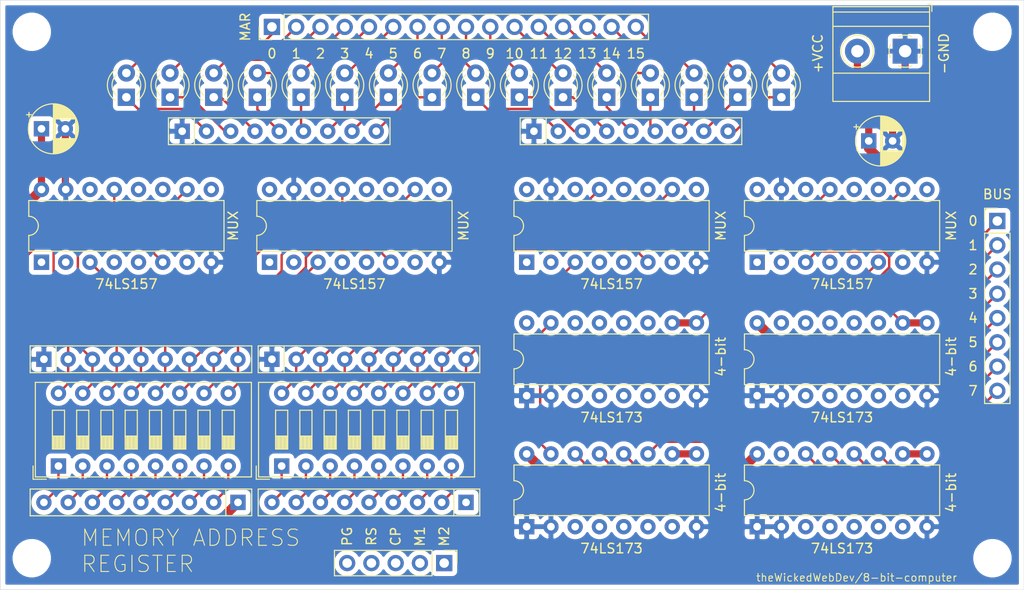
<source format=kicad_pcb>
(kicad_pcb (version 20171130) (host pcbnew "(5.1.9-0-10_14)")
  (layers (0 F.Cu signal) (1 In1.Cu signal) (2 In2.Cu signal hide) (31 B.Cu signal hide) (34 B.Paste user) (35 F.Paste user) (36 B.SilkS user) (37 F.SilkS user) (38 B.Mask user) (39 F.Mask user) (44 Edge.Cuts user))
  (net 0 "")
  (net 1 /MEM_ADR_15)
  (net 2 "Net-(D1-Pad1)")
  (net 3 /MEM_ADR_14)
  (net 4 "Net-(D2-Pad1)")
  (net 5 /MEM_ADR_13)
  (net 6 "Net-(D3-Pad1)")
  (net 7 /MEM_ADR_12)
  (net 8 "Net-(D4-Pad1)")
  (net 9 /MEM_ADR_11)
  (net 10 "Net-(D5-Pad1)")
  (net 11 /MEM_ADR_10)
  (net 12 "Net-(D6-Pad1)")
  (net 13 /MEM_ADR_09)
  (net 14 "Net-(D7-Pad1)")
  (net 15 /MEM_ADR_08)
  (net 16 "Net-(D8-Pad1)")
  (net 17 /MEM_ADR_07)
  (net 18 "Net-(D9-Pad1)")
  (net 19 /MEM_ADR_06)
  (net 20 "Net-(D10-Pad1)")
  (net 21 /MEM_ADR_05)
  (net 22 "Net-(D11-Pad1)")
  (net 23 /MEM_ADR_04)
  (net 24 "Net-(D12-Pad1)")
  (net 25 /MEM_ADR_03)
  (net 26 "Net-(D13-Pad1)")
  (net 27 /MEM_ADR_02)
  (net 28 "Net-(D14-Pad1)")
  (net 29 /MEM_ADR_01)
  (net 30 "Net-(D15-Pad1)")
  (net 31 /MEM_ADR_00)
  (net 32 "Net-(D16-Pad1)")
  (net 33 /MAR2_IN)
  (net 34 /MAR1_IN)
  (net 35 /MAR_RESET)
  (net 36 /CLOCK)
  (net 37 GND)
  (net 38 /MANUAL_MEM_ADR_15)
  (net 39 /MANUAL_MEM_ADR_14)
  (net 40 /MANUAL_MEM_ADR_13)
  (net 41 /MANUAL_MEM_ADR_12)
  (net 42 /MANUAL_MEM_ADR_11)
  (net 43 /MANUAL_MEM_ADR_10)
  (net 44 /MANUAL_MEM_ADR_09)
  (net 45 /MANUAL_MEM_ADR_08)
  (net 46 VCC)
  (net 47 "Net-(RN5-Pad9)")
  (net 48 "Net-(RN5-Pad8)")
  (net 49 "Net-(RN5-Pad7)")
  (net 50 "Net-(RN5-Pad6)")
  (net 51 "Net-(RN5-Pad5)")
  (net 52 "Net-(RN5-Pad4)")
  (net 53 "Net-(RN5-Pad3)")
  (net 54 "Net-(RN5-Pad2)")
  (net 55 /MANUAL_MEM_ADR_07)
  (net 56 /MANUAL_MEM_ADR_06)
  (net 57 /MANUAL_MEM_ADR_05)
  (net 58 /MANUAL_MEM_ADR_04)
  (net 59 /MANUAL_MEM_ADR_03)
  (net 60 /MANUAL_MEM_ADR_02)
  (net 61 /MANUAL_MEM_ADR_01)
  (net 62 /MANUAL_MEM_ADR_00)
  (net 63 "Net-(RN7-Pad9)")
  (net 64 "Net-(RN7-Pad8)")
  (net 65 "Net-(RN7-Pad7)")
  (net 66 "Net-(RN7-Pad6)")
  (net 67 "Net-(RN7-Pad5)")
  (net 68 "Net-(RN7-Pad4)")
  (net 69 "Net-(RN7-Pad3)")
  (net 70 "Net-(RN7-Pad2)")
  (net 71 /MAR_15)
  (net 72 /MAR_14)
  (net 73 /MAR_13)
  (net 74 /MAR_12)
  (net 75 /MAR_11)
  (net 76 /MAR_10)
  (net 77 /MAR_09)
  (net 78 /MAR_08)
  (net 79 /MAR_07)
  (net 80 /MAR_06)
  (net 81 /MAR_05)
  (net 82 /MAR_04)
  (net 83 /MAR_03)
  (net 84 /MAR_02)
  (net 85 /MAR_01)
  (net 86 /MAR_00)
  (net 87 /PROGRAM_MODE)
  (net 88 "Net-(J2-Pad8)")
  (net 89 "Net-(J2-Pad7)")
  (net 90 "Net-(J2-Pad6)")
  (net 91 "Net-(J2-Pad5)")
  (net 92 "Net-(J2-Pad4)")
  (net 93 "Net-(J2-Pad3)")
  (net 94 "Net-(J2-Pad2)")
  (net 95 "Net-(J2-Pad1)")
  (module Package_DIP:DIP-16_W7.62mm (layer F.Cu) (at 90.424 99.314 90)
    (fp_text reference U3 hide)
    (fp_text value 74LS173 hide)
    (pad 16 thru_hole oval (at 7.62 0 90) (size 1.6 1.6) (drill 0.8) (layers *.Cu *.Mask) (net 46 VCC))
    (pad 8 thru_hole oval (at 0 17.78 90) (size 1.6 1.6) (drill 0.8) (layers *.Cu *.Mask) (net 37 GND))
    (pad 15 thru_hole oval (at 7.62 2.54 90) (size 1.6 1.6) (drill 0.8) (layers *.Cu *.Mask) (net 35 /MAR_RESET))
    (pad 7 thru_hole oval (at 0 15.24 90) (size 1.6 1.6) (drill 0.8) (layers *.Cu *.Mask) (net 36 /CLOCK))
    (pad 14 thru_hole oval (at 7.62 5.08 90) (size 1.6 1.6) (drill 0.8) (layers *.Cu *.Mask) (net 88 "Net-(J2-Pad8)"))
    (pad 6 thru_hole oval (at 0 12.7 90) (size 1.6 1.6) (drill 0.8) (layers *.Cu *.Mask) (net 75 /MAR_11))
    (pad 13 thru_hole oval (at 7.62 7.62 90) (size 1.6 1.6) (drill 0.8) (layers *.Cu *.Mask) (net 89 "Net-(J2-Pad7)"))
    (pad 5 thru_hole oval (at 0 10.16 90) (size 1.6 1.6) (drill 0.8) (layers *.Cu *.Mask) (net 76 /MAR_10))
    (pad 12 thru_hole oval (at 7.62 10.16 90) (size 1.6 1.6) (drill 0.8) (layers *.Cu *.Mask) (net 90 "Net-(J2-Pad6)"))
    (pad 4 thru_hole oval (at 0 7.62 90) (size 1.6 1.6) (drill 0.8) (layers *.Cu *.Mask) (net 77 /MAR_09))
    (pad 11 thru_hole oval (at 7.62 12.7 90) (size 1.6 1.6) (drill 0.8) (layers *.Cu *.Mask) (net 91 "Net-(J2-Pad5)"))
    (pad 3 thru_hole oval (at 0 5.08 90) (size 1.6 1.6) (drill 0.8) (layers *.Cu *.Mask) (net 78 /MAR_08))
    (pad 10 thru_hole oval (at 7.62 15.24 90) (size 1.6 1.6) (drill 0.8) (layers *.Cu *.Mask) (net 33 /MAR2_IN))
    (pad 2 thru_hole oval (at 0 2.54 90) (size 1.6 1.6) (drill 0.8) (layers *.Cu *.Mask) (net 37 GND))
    (pad 9 thru_hole oval (at 7.62 17.78 90) (size 1.6 1.6) (drill 0.8) (layers *.Cu *.Mask) (net 33 /MAR2_IN))
    (pad 1 thru_hole rect (at 0 0 90) (size 1.6 1.6) (drill 0.8) (layers *.Cu *.Mask) (net 37 GND))
  )
  (module Connector_PinHeader_2.54mm:PinHeader_1x05_P2.54mm_Vertical (layer F.Cu) (at 81.788 116.84 270)
    (fp_text reference J4 hide)
    (fp_text value Conn_01x05 hide)
    (pad 5 thru_hole oval (at 0 10.16 270) (size 1.7 1.7) (drill 1) (layers *.Cu *.Mask) (net 87 /PROGRAM_MODE))
    (pad 4 thru_hole oval (at 0 7.62 270) (size 1.7 1.7) (drill 1) (layers *.Cu *.Mask) (net 35 /MAR_RESET))
    (pad 3 thru_hole oval (at 0 5.08 270) (size 1.7 1.7) (drill 1) (layers *.Cu *.Mask) (net 36 /CLOCK))
    (pad 2 thru_hole oval (at 0 2.54 270) (size 1.7 1.7) (drill 1) (layers *.Cu *.Mask) (net 34 /MAR1_IN))
    (pad 1 thru_hole rect (at 0 0 270) (size 1.7 1.7) (drill 1) (layers *.Cu *.Mask) (net 33 /MAR2_IN))
  )
  (module MountingHole:MountingHole_3mm (layer F.Cu) (at 139.192 61.214)
    (fp_text reference REF** hide)
    (fp_text value MountingHole_3mm hide)
    (pad 1 np_thru_hole circle (at 0 0) (size 3 3) (drill 3) (layers *.Cu *.Mask))
  )
  (module MountingHole:MountingHole_3mm (layer F.Cu) (at 139.192 116.332)
    (fp_text reference REF** hide)
    (fp_text value MountingHole_3mm hide)
    (pad 1 np_thru_hole circle (at 0 0) (size 3 3) (drill 3) (layers *.Cu *.Mask))
  )
  (module MountingHole:MountingHole_3mm (layer F.Cu) (at 38.608 116.332)
    (fp_text reference REF** hide)
    (fp_text value MountingHole_3mm hide)
    (pad 1 np_thru_hole circle (at 0 0) (size 3 3) (drill 3) (layers *.Cu *.Mask))
  )
  (module MountingHole:MountingHole_3mm (layer F.Cu) (at 38.608 61.214)
    (fp_text reference REF** hide)
    (fp_text value MountingHole_3mm hide)
    (pad 1 np_thru_hole circle (at 0 0) (size 3 3) (drill 3) (layers *.Cu *.Mask))
  )
  (module Capacitor_THT:CP_Radial_D5.0mm_P2.50mm (layer F.Cu) (at 126.238 72.644)
    (fp_text reference C3 hide)
    (fp_text value CP1_Small)
    (pad 2 thru_hole circle (at 2.5 0) (size 1.6 1.6) (drill 0.8) (layers *.Cu *.Mask) (net 37 GND))
    (pad 1 thru_hole rect (at 0 0) (size 1.6 1.6) (drill 0.8) (layers *.Cu *.Mask) (net 46 VCC))
  )
  (module Capacitor_THT:CP_Radial_D5.0mm_P2.50mm (layer F.Cu) (at 39.624 71.374)
    (fp_text reference C2 hide)
    (fp_text value CP1_Small hide)
    (pad 2 thru_hole circle (at 2.5 0) (size 1.6 1.6) (drill 0.8) (layers *.Cu *.Mask) (net 37 GND))
    (pad 1 thru_hole rect (at 0 0) (size 1.6 1.6) (drill 0.8) (layers *.Cu *.Mask) (net 46 VCC))
  )
  (module TerminalBlock_Phoenix:TerminalBlock_Phoenix_MKDS-1,5-2_1x02_P5.00mm_Horizontal (layer F.Cu) (at 130.048 63.246 180)
    (fp_text reference J3 hide)
    (fp_text value Screw_Terminal_01x02 hide)
    (pad 2 thru_hole circle (at 5 0 180) (size 2.6 2.6) (drill 1.3) (layers *.Cu *.Mask) (net 46 VCC))
    (pad 1 thru_hole rect (at 0 0 180) (size 2.6 2.6) (drill 1.3) (layers *.Cu *.Mask) (net 37 GND))
  )
  (module Package_DIP:DIP-16_W7.62mm (layer F.Cu) (at 114.554 85.344 90)
    (fp_text reference U8 hide)
    (fp_text value 74LS157 hide)
    (pad 16 thru_hole oval (at 7.62 0 90) (size 1.6 1.6) (drill 0.8) (layers *.Cu *.Mask) (net 46 VCC))
    (pad 8 thru_hole oval (at 0 17.78 90) (size 1.6 1.6) (drill 0.8) (layers *.Cu *.Mask) (net 37 GND))
    (pad 15 thru_hole oval (at 7.62 2.54 90) (size 1.6 1.6) (drill 0.8) (layers *.Cu *.Mask) (net 37 GND))
    (pad 7 thru_hole oval (at 0 15.24 90) (size 1.6 1.6) (drill 0.8) (layers *.Cu *.Mask) (net 3 /MEM_ADR_14))
    (pad 14 thru_hole oval (at 7.62 5.08 90) (size 1.6 1.6) (drill 0.8) (layers *.Cu *.Mask) (net 74 /MAR_12))
    (pad 6 thru_hole oval (at 0 12.7 90) (size 1.6 1.6) (drill 0.8) (layers *.Cu *.Mask) (net 39 /MANUAL_MEM_ADR_14))
    (pad 13 thru_hole oval (at 7.62 7.62 90) (size 1.6 1.6) (drill 0.8) (layers *.Cu *.Mask) (net 41 /MANUAL_MEM_ADR_12))
    (pad 5 thru_hole oval (at 0 10.16 90) (size 1.6 1.6) (drill 0.8) (layers *.Cu *.Mask) (net 72 /MAR_14))
    (pad 12 thru_hole oval (at 7.62 10.16 90) (size 1.6 1.6) (drill 0.8) (layers *.Cu *.Mask) (net 7 /MEM_ADR_12))
    (pad 4 thru_hole oval (at 0 7.62 90) (size 1.6 1.6) (drill 0.8) (layers *.Cu *.Mask) (net 1 /MEM_ADR_15))
    (pad 11 thru_hole oval (at 7.62 12.7 90) (size 1.6 1.6) (drill 0.8) (layers *.Cu *.Mask) (net 73 /MAR_13))
    (pad 3 thru_hole oval (at 0 5.08 90) (size 1.6 1.6) (drill 0.8) (layers *.Cu *.Mask) (net 38 /MANUAL_MEM_ADR_15))
    (pad 10 thru_hole oval (at 7.62 15.24 90) (size 1.6 1.6) (drill 0.8) (layers *.Cu *.Mask) (net 40 /MANUAL_MEM_ADR_13))
    (pad 2 thru_hole oval (at 0 2.54 90) (size 1.6 1.6) (drill 0.8) (layers *.Cu *.Mask) (net 71 /MAR_15))
    (pad 9 thru_hole oval (at 7.62 17.78 90) (size 1.6 1.6) (drill 0.8) (layers *.Cu *.Mask) (net 5 /MEM_ADR_13))
    (pad 1 thru_hole rect (at 0 0 90) (size 1.6 1.6) (drill 0.8) (layers *.Cu *.Mask) (net 87 /PROGRAM_MODE))
  )
  (module Package_DIP:DIP-16_W7.62mm (layer F.Cu) (at 114.554 113.03 90)
    (fp_text reference U7 hide)
    (fp_text value 74LS173 hide)
    (pad 16 thru_hole oval (at 7.62 0 90) (size 1.6 1.6) (drill 0.8) (layers *.Cu *.Mask) (net 46 VCC))
    (pad 8 thru_hole oval (at 0 17.78 90) (size 1.6 1.6) (drill 0.8) (layers *.Cu *.Mask) (net 37 GND))
    (pad 15 thru_hole oval (at 7.62 2.54 90) (size 1.6 1.6) (drill 0.8) (layers *.Cu *.Mask) (net 35 /MAR_RESET))
    (pad 7 thru_hole oval (at 0 15.24 90) (size 1.6 1.6) (drill 0.8) (layers *.Cu *.Mask) (net 36 /CLOCK))
    (pad 14 thru_hole oval (at 7.62 5.08 90) (size 1.6 1.6) (drill 0.8) (layers *.Cu *.Mask) (net 88 "Net-(J2-Pad8)"))
    (pad 6 thru_hole oval (at 0 12.7 90) (size 1.6 1.6) (drill 0.8) (layers *.Cu *.Mask) (net 83 /MAR_03))
    (pad 13 thru_hole oval (at 7.62 7.62 90) (size 1.6 1.6) (drill 0.8) (layers *.Cu *.Mask) (net 89 "Net-(J2-Pad7)"))
    (pad 5 thru_hole oval (at 0 10.16 90) (size 1.6 1.6) (drill 0.8) (layers *.Cu *.Mask) (net 84 /MAR_02))
    (pad 12 thru_hole oval (at 7.62 10.16 90) (size 1.6 1.6) (drill 0.8) (layers *.Cu *.Mask) (net 90 "Net-(J2-Pad6)"))
    (pad 4 thru_hole oval (at 0 7.62 90) (size 1.6 1.6) (drill 0.8) (layers *.Cu *.Mask) (net 85 /MAR_01))
    (pad 11 thru_hole oval (at 7.62 12.7 90) (size 1.6 1.6) (drill 0.8) (layers *.Cu *.Mask) (net 91 "Net-(J2-Pad5)"))
    (pad 3 thru_hole oval (at 0 5.08 90) (size 1.6 1.6) (drill 0.8) (layers *.Cu *.Mask) (net 86 /MAR_00))
    (pad 10 thru_hole oval (at 7.62 15.24 90) (size 1.6 1.6) (drill 0.8) (layers *.Cu *.Mask) (net 34 /MAR1_IN))
    (pad 2 thru_hole oval (at 0 2.54 90) (size 1.6 1.6) (drill 0.8) (layers *.Cu *.Mask) (net 37 GND))
    (pad 9 thru_hole oval (at 7.62 17.78 90) (size 1.6 1.6) (drill 0.8) (layers *.Cu *.Mask) (net 34 /MAR1_IN))
    (pad 1 thru_hole rect (at 0 0 90) (size 1.6 1.6) (drill 0.8) (layers *.Cu *.Mask) (net 37 GND))
  )
  (module Package_DIP:DIP-16_W7.62mm (layer F.Cu) (at 90.424 113.03 90)
    (fp_text reference U6 hide)
    (fp_text value 74LS173 hide)
    (pad 16 thru_hole oval (at 7.62 0 90) (size 1.6 1.6) (drill 0.8) (layers *.Cu *.Mask) (net 46 VCC))
    (pad 8 thru_hole oval (at 0 17.78 90) (size 1.6 1.6) (drill 0.8) (layers *.Cu *.Mask) (net 37 GND))
    (pad 15 thru_hole oval (at 7.62 2.54 90) (size 1.6 1.6) (drill 0.8) (layers *.Cu *.Mask) (net 35 /MAR_RESET))
    (pad 7 thru_hole oval (at 0 15.24 90) (size 1.6 1.6) (drill 0.8) (layers *.Cu *.Mask) (net 36 /CLOCK))
    (pad 14 thru_hole oval (at 7.62 5.08 90) (size 1.6 1.6) (drill 0.8) (layers *.Cu *.Mask) (net 92 "Net-(J2-Pad4)"))
    (pad 6 thru_hole oval (at 0 12.7 90) (size 1.6 1.6) (drill 0.8) (layers *.Cu *.Mask) (net 79 /MAR_07))
    (pad 13 thru_hole oval (at 7.62 7.62 90) (size 1.6 1.6) (drill 0.8) (layers *.Cu *.Mask) (net 93 "Net-(J2-Pad3)"))
    (pad 5 thru_hole oval (at 0 10.16 90) (size 1.6 1.6) (drill 0.8) (layers *.Cu *.Mask) (net 80 /MAR_06))
    (pad 12 thru_hole oval (at 7.62 10.16 90) (size 1.6 1.6) (drill 0.8) (layers *.Cu *.Mask) (net 94 "Net-(J2-Pad2)"))
    (pad 4 thru_hole oval (at 0 7.62 90) (size 1.6 1.6) (drill 0.8) (layers *.Cu *.Mask) (net 81 /MAR_05))
    (pad 11 thru_hole oval (at 7.62 12.7 90) (size 1.6 1.6) (drill 0.8) (layers *.Cu *.Mask) (net 95 "Net-(J2-Pad1)"))
    (pad 3 thru_hole oval (at 0 5.08 90) (size 1.6 1.6) (drill 0.8) (layers *.Cu *.Mask) (net 82 /MAR_04))
    (pad 10 thru_hole oval (at 7.62 15.24 90) (size 1.6 1.6) (drill 0.8) (layers *.Cu *.Mask) (net 34 /MAR1_IN))
    (pad 2 thru_hole oval (at 0 2.54 90) (size 1.6 1.6) (drill 0.8) (layers *.Cu *.Mask) (net 37 GND))
    (pad 9 thru_hole oval (at 7.62 17.78 90) (size 1.6 1.6) (drill 0.8) (layers *.Cu *.Mask) (net 34 /MAR1_IN))
    (pad 1 thru_hole rect (at 0 0 90) (size 1.6 1.6) (drill 0.8) (layers *.Cu *.Mask) (net 37 GND))
  )
  (module Package_DIP:DIP-16_W7.62mm (layer F.Cu) (at 90.424 85.344 90)
    (fp_text reference U5 hide)
    (fp_text value 74LS157 hide)
    (pad 16 thru_hole oval (at 7.62 0 90) (size 1.6 1.6) (drill 0.8) (layers *.Cu *.Mask) (net 46 VCC))
    (pad 8 thru_hole oval (at 0 17.78 90) (size 1.6 1.6) (drill 0.8) (layers *.Cu *.Mask) (net 37 GND))
    (pad 15 thru_hole oval (at 7.62 2.54 90) (size 1.6 1.6) (drill 0.8) (layers *.Cu *.Mask) (net 37 GND))
    (pad 7 thru_hole oval (at 0 15.24 90) (size 1.6 1.6) (drill 0.8) (layers *.Cu *.Mask) (net 11 /MEM_ADR_10))
    (pad 14 thru_hole oval (at 7.62 5.08 90) (size 1.6 1.6) (drill 0.8) (layers *.Cu *.Mask) (net 78 /MAR_08))
    (pad 6 thru_hole oval (at 0 12.7 90) (size 1.6 1.6) (drill 0.8) (layers *.Cu *.Mask) (net 43 /MANUAL_MEM_ADR_10))
    (pad 13 thru_hole oval (at 7.62 7.62 90) (size 1.6 1.6) (drill 0.8) (layers *.Cu *.Mask) (net 45 /MANUAL_MEM_ADR_08))
    (pad 5 thru_hole oval (at 0 10.16 90) (size 1.6 1.6) (drill 0.8) (layers *.Cu *.Mask) (net 76 /MAR_10))
    (pad 12 thru_hole oval (at 7.62 10.16 90) (size 1.6 1.6) (drill 0.8) (layers *.Cu *.Mask) (net 15 /MEM_ADR_08))
    (pad 4 thru_hole oval (at 0 7.62 90) (size 1.6 1.6) (drill 0.8) (layers *.Cu *.Mask) (net 9 /MEM_ADR_11))
    (pad 11 thru_hole oval (at 7.62 12.7 90) (size 1.6 1.6) (drill 0.8) (layers *.Cu *.Mask) (net 77 /MAR_09))
    (pad 3 thru_hole oval (at 0 5.08 90) (size 1.6 1.6) (drill 0.8) (layers *.Cu *.Mask) (net 42 /MANUAL_MEM_ADR_11))
    (pad 10 thru_hole oval (at 7.62 15.24 90) (size 1.6 1.6) (drill 0.8) (layers *.Cu *.Mask) (net 44 /MANUAL_MEM_ADR_09))
    (pad 2 thru_hole oval (at 0 2.54 90) (size 1.6 1.6) (drill 0.8) (layers *.Cu *.Mask) (net 75 /MAR_11))
    (pad 9 thru_hole oval (at 7.62 17.78 90) (size 1.6 1.6) (drill 0.8) (layers *.Cu *.Mask) (net 13 /MEM_ADR_09))
    (pad 1 thru_hole rect (at 0 0 90) (size 1.6 1.6) (drill 0.8) (layers *.Cu *.Mask) (net 87 /PROGRAM_MODE))
  )
  (module Package_DIP:DIP-16_W7.62mm (layer F.Cu) (at 63.5 85.344 90)
    (fp_text reference U4 hide)
    (fp_text value 74LS157 hide)
    (pad 16 thru_hole oval (at 7.62 0 90) (size 1.6 1.6) (drill 0.8) (layers *.Cu *.Mask) (net 46 VCC))
    (pad 8 thru_hole oval (at 0 17.78 90) (size 1.6 1.6) (drill 0.8) (layers *.Cu *.Mask) (net 37 GND))
    (pad 15 thru_hole oval (at 7.62 2.54 90) (size 1.6 1.6) (drill 0.8) (layers *.Cu *.Mask) (net 37 GND))
    (pad 7 thru_hole oval (at 0 15.24 90) (size 1.6 1.6) (drill 0.8) (layers *.Cu *.Mask) (net 19 /MEM_ADR_06))
    (pad 14 thru_hole oval (at 7.62 5.08 90) (size 1.6 1.6) (drill 0.8) (layers *.Cu *.Mask) (net 82 /MAR_04))
    (pad 6 thru_hole oval (at 0 12.7 90) (size 1.6 1.6) (drill 0.8) (layers *.Cu *.Mask) (net 56 /MANUAL_MEM_ADR_06))
    (pad 13 thru_hole oval (at 7.62 7.62 90) (size 1.6 1.6) (drill 0.8) (layers *.Cu *.Mask) (net 58 /MANUAL_MEM_ADR_04))
    (pad 5 thru_hole oval (at 0 10.16 90) (size 1.6 1.6) (drill 0.8) (layers *.Cu *.Mask) (net 80 /MAR_06))
    (pad 12 thru_hole oval (at 7.62 10.16 90) (size 1.6 1.6) (drill 0.8) (layers *.Cu *.Mask) (net 23 /MEM_ADR_04))
    (pad 4 thru_hole oval (at 0 7.62 90) (size 1.6 1.6) (drill 0.8) (layers *.Cu *.Mask) (net 17 /MEM_ADR_07))
    (pad 11 thru_hole oval (at 7.62 12.7 90) (size 1.6 1.6) (drill 0.8) (layers *.Cu *.Mask) (net 81 /MAR_05))
    (pad 3 thru_hole oval (at 0 5.08 90) (size 1.6 1.6) (drill 0.8) (layers *.Cu *.Mask) (net 55 /MANUAL_MEM_ADR_07))
    (pad 10 thru_hole oval (at 7.62 15.24 90) (size 1.6 1.6) (drill 0.8) (layers *.Cu *.Mask) (net 57 /MANUAL_MEM_ADR_05))
    (pad 2 thru_hole oval (at 0 2.54 90) (size 1.6 1.6) (drill 0.8) (layers *.Cu *.Mask) (net 79 /MAR_07))
    (pad 9 thru_hole oval (at 7.62 17.78 90) (size 1.6 1.6) (drill 0.8) (layers *.Cu *.Mask) (net 21 /MEM_ADR_05))
    (pad 1 thru_hole rect (at 0 0 90) (size 1.6 1.6) (drill 0.8) (layers *.Cu *.Mask) (net 87 /PROGRAM_MODE))
  )
  (module Package_DIP:DIP-16_W7.62mm (layer F.Cu) (at 114.554 99.314 90)
    (fp_text reference U2 hide)
    (fp_text value 74LS173 hide)
    (pad 16 thru_hole oval (at 7.62 0 90) (size 1.6 1.6) (drill 0.8) (layers *.Cu *.Mask) (net 46 VCC))
    (pad 8 thru_hole oval (at 0 17.78 90) (size 1.6 1.6) (drill 0.8) (layers *.Cu *.Mask) (net 37 GND))
    (pad 15 thru_hole oval (at 7.62 2.54 90) (size 1.6 1.6) (drill 0.8) (layers *.Cu *.Mask) (net 35 /MAR_RESET))
    (pad 7 thru_hole oval (at 0 15.24 90) (size 1.6 1.6) (drill 0.8) (layers *.Cu *.Mask) (net 36 /CLOCK))
    (pad 14 thru_hole oval (at 7.62 5.08 90) (size 1.6 1.6) (drill 0.8) (layers *.Cu *.Mask) (net 92 "Net-(J2-Pad4)"))
    (pad 6 thru_hole oval (at 0 12.7 90) (size 1.6 1.6) (drill 0.8) (layers *.Cu *.Mask) (net 71 /MAR_15))
    (pad 13 thru_hole oval (at 7.62 7.62 90) (size 1.6 1.6) (drill 0.8) (layers *.Cu *.Mask) (net 93 "Net-(J2-Pad3)"))
    (pad 5 thru_hole oval (at 0 10.16 90) (size 1.6 1.6) (drill 0.8) (layers *.Cu *.Mask) (net 72 /MAR_14))
    (pad 12 thru_hole oval (at 7.62 10.16 90) (size 1.6 1.6) (drill 0.8) (layers *.Cu *.Mask) (net 94 "Net-(J2-Pad2)"))
    (pad 4 thru_hole oval (at 0 7.62 90) (size 1.6 1.6) (drill 0.8) (layers *.Cu *.Mask) (net 73 /MAR_13))
    (pad 11 thru_hole oval (at 7.62 12.7 90) (size 1.6 1.6) (drill 0.8) (layers *.Cu *.Mask) (net 95 "Net-(J2-Pad1)"))
    (pad 3 thru_hole oval (at 0 5.08 90) (size 1.6 1.6) (drill 0.8) (layers *.Cu *.Mask) (net 74 /MAR_12))
    (pad 10 thru_hole oval (at 7.62 15.24 90) (size 1.6 1.6) (drill 0.8) (layers *.Cu *.Mask) (net 33 /MAR2_IN))
    (pad 2 thru_hole oval (at 0 2.54 90) (size 1.6 1.6) (drill 0.8) (layers *.Cu *.Mask) (net 37 GND))
    (pad 9 thru_hole oval (at 7.62 17.78 90) (size 1.6 1.6) (drill 0.8) (layers *.Cu *.Mask) (net 33 /MAR2_IN))
    (pad 1 thru_hole rect (at 0 0 90) (size 1.6 1.6) (drill 0.8) (layers *.Cu *.Mask) (net 37 GND))
  )
  (module Package_DIP:DIP-16_W7.62mm (layer F.Cu) (at 39.624 85.344 90)
    (fp_text reference U1 hide)
    (fp_text value 74LS157 hide)
    (pad 16 thru_hole oval (at 7.62 0 90) (size 1.6 1.6) (drill 0.8) (layers *.Cu *.Mask) (net 46 VCC))
    (pad 8 thru_hole oval (at 0 17.78 90) (size 1.6 1.6) (drill 0.8) (layers *.Cu *.Mask) (net 37 GND))
    (pad 15 thru_hole oval (at 7.62 2.54 90) (size 1.6 1.6) (drill 0.8) (layers *.Cu *.Mask) (net 37 GND))
    (pad 7 thru_hole oval (at 0 15.24 90) (size 1.6 1.6) (drill 0.8) (layers *.Cu *.Mask) (net 27 /MEM_ADR_02))
    (pad 14 thru_hole oval (at 7.62 5.08 90) (size 1.6 1.6) (drill 0.8) (layers *.Cu *.Mask) (net 86 /MAR_00))
    (pad 6 thru_hole oval (at 0 12.7 90) (size 1.6 1.6) (drill 0.8) (layers *.Cu *.Mask) (net 60 /MANUAL_MEM_ADR_02))
    (pad 13 thru_hole oval (at 7.62 7.62 90) (size 1.6 1.6) (drill 0.8) (layers *.Cu *.Mask) (net 62 /MANUAL_MEM_ADR_00))
    (pad 5 thru_hole oval (at 0 10.16 90) (size 1.6 1.6) (drill 0.8) (layers *.Cu *.Mask) (net 84 /MAR_02))
    (pad 12 thru_hole oval (at 7.62 10.16 90) (size 1.6 1.6) (drill 0.8) (layers *.Cu *.Mask) (net 31 /MEM_ADR_00))
    (pad 4 thru_hole oval (at 0 7.62 90) (size 1.6 1.6) (drill 0.8) (layers *.Cu *.Mask) (net 25 /MEM_ADR_03))
    (pad 11 thru_hole oval (at 7.62 12.7 90) (size 1.6 1.6) (drill 0.8) (layers *.Cu *.Mask) (net 85 /MAR_01))
    (pad 3 thru_hole oval (at 0 5.08 90) (size 1.6 1.6) (drill 0.8) (layers *.Cu *.Mask) (net 59 /MANUAL_MEM_ADR_03))
    (pad 10 thru_hole oval (at 7.62 15.24 90) (size 1.6 1.6) (drill 0.8) (layers *.Cu *.Mask) (net 61 /MANUAL_MEM_ADR_01))
    (pad 2 thru_hole oval (at 0 2.54 90) (size 1.6 1.6) (drill 0.8) (layers *.Cu *.Mask) (net 83 /MAR_03))
    (pad 9 thru_hole oval (at 7.62 17.78 90) (size 1.6 1.6) (drill 0.8) (layers *.Cu *.Mask) (net 29 /MEM_ADR_01))
    (pad 1 thru_hole rect (at 0 0 90) (size 1.6 1.6) (drill 0.8) (layers *.Cu *.Mask) (net 87 /PROGRAM_MODE))
  )
  (module Button_Switch_THT:SW_DIP_SPSTx08_Slide_9.78x22.5mm_W7.62mm_P2.54mm (layer F.Cu) (at 41.402 106.68 90)
    (fp_text reference SW2 hide)
    (fp_text value SW_DIP_x08 hide)
    (pad 16 thru_hole oval (at 7.62 0 90) (size 1.6 1.6) (drill 0.8) (layers *.Cu *.Mask) (net 62 /MANUAL_MEM_ADR_00))
    (pad 8 thru_hole oval (at 0 17.78 90) (size 1.6 1.6) (drill 0.8) (layers *.Cu *.Mask) (net 70 "Net-(RN7-Pad2)"))
    (pad 15 thru_hole oval (at 7.62 2.54 90) (size 1.6 1.6) (drill 0.8) (layers *.Cu *.Mask) (net 61 /MANUAL_MEM_ADR_01))
    (pad 7 thru_hole oval (at 0 15.24 90) (size 1.6 1.6) (drill 0.8) (layers *.Cu *.Mask) (net 69 "Net-(RN7-Pad3)"))
    (pad 14 thru_hole oval (at 7.62 5.08 90) (size 1.6 1.6) (drill 0.8) (layers *.Cu *.Mask) (net 60 /MANUAL_MEM_ADR_02))
    (pad 6 thru_hole oval (at 0 12.7 90) (size 1.6 1.6) (drill 0.8) (layers *.Cu *.Mask) (net 68 "Net-(RN7-Pad4)"))
    (pad 13 thru_hole oval (at 7.62 7.62 90) (size 1.6 1.6) (drill 0.8) (layers *.Cu *.Mask) (net 59 /MANUAL_MEM_ADR_03))
    (pad 5 thru_hole oval (at 0 10.16 90) (size 1.6 1.6) (drill 0.8) (layers *.Cu *.Mask) (net 67 "Net-(RN7-Pad5)"))
    (pad 12 thru_hole oval (at 7.62 10.16 90) (size 1.6 1.6) (drill 0.8) (layers *.Cu *.Mask) (net 58 /MANUAL_MEM_ADR_04))
    (pad 4 thru_hole oval (at 0 7.62 90) (size 1.6 1.6) (drill 0.8) (layers *.Cu *.Mask) (net 66 "Net-(RN7-Pad6)"))
    (pad 11 thru_hole oval (at 7.62 12.7 90) (size 1.6 1.6) (drill 0.8) (layers *.Cu *.Mask) (net 57 /MANUAL_MEM_ADR_05))
    (pad 3 thru_hole oval (at 0 5.08 90) (size 1.6 1.6) (drill 0.8) (layers *.Cu *.Mask) (net 65 "Net-(RN7-Pad7)"))
    (pad 10 thru_hole oval (at 7.62 15.24 90) (size 1.6 1.6) (drill 0.8) (layers *.Cu *.Mask) (net 56 /MANUAL_MEM_ADR_06))
    (pad 2 thru_hole oval (at 0 2.54 90) (size 1.6 1.6) (drill 0.8) (layers *.Cu *.Mask) (net 64 "Net-(RN7-Pad8)"))
    (pad 9 thru_hole oval (at 7.62 17.78 90) (size 1.6 1.6) (drill 0.8) (layers *.Cu *.Mask) (net 55 /MANUAL_MEM_ADR_07))
    (pad 1 thru_hole rect (at 0 0 90) (size 1.6 1.6) (drill 0.8) (layers *.Cu *.Mask) (net 63 "Net-(RN7-Pad9)"))
  )
  (module Button_Switch_THT:SW_DIP_SPSTx08_Slide_9.78x22.5mm_W7.62mm_P2.54mm (layer F.Cu) (at 64.77 106.68 90)
    (fp_text reference SW1 hide)
    (fp_text value SW_DIP_x08 hide)
    (pad 16 thru_hole oval (at 7.62 0 90) (size 1.6 1.6) (drill 0.8) (layers *.Cu *.Mask) (net 45 /MANUAL_MEM_ADR_08))
    (pad 8 thru_hole oval (at 0 17.78 90) (size 1.6 1.6) (drill 0.8) (layers *.Cu *.Mask) (net 54 "Net-(RN5-Pad2)"))
    (pad 15 thru_hole oval (at 7.62 2.54 90) (size 1.6 1.6) (drill 0.8) (layers *.Cu *.Mask) (net 44 /MANUAL_MEM_ADR_09))
    (pad 7 thru_hole oval (at 0 15.24 90) (size 1.6 1.6) (drill 0.8) (layers *.Cu *.Mask) (net 53 "Net-(RN5-Pad3)"))
    (pad 14 thru_hole oval (at 7.62 5.08 90) (size 1.6 1.6) (drill 0.8) (layers *.Cu *.Mask) (net 43 /MANUAL_MEM_ADR_10))
    (pad 6 thru_hole oval (at 0 12.7 90) (size 1.6 1.6) (drill 0.8) (layers *.Cu *.Mask) (net 52 "Net-(RN5-Pad4)"))
    (pad 13 thru_hole oval (at 7.62 7.62 90) (size 1.6 1.6) (drill 0.8) (layers *.Cu *.Mask) (net 42 /MANUAL_MEM_ADR_11))
    (pad 5 thru_hole oval (at 0 10.16 90) (size 1.6 1.6) (drill 0.8) (layers *.Cu *.Mask) (net 51 "Net-(RN5-Pad5)"))
    (pad 12 thru_hole oval (at 7.62 10.16 90) (size 1.6 1.6) (drill 0.8) (layers *.Cu *.Mask) (net 41 /MANUAL_MEM_ADR_12))
    (pad 4 thru_hole oval (at 0 7.62 90) (size 1.6 1.6) (drill 0.8) (layers *.Cu *.Mask) (net 50 "Net-(RN5-Pad6)"))
    (pad 11 thru_hole oval (at 7.62 12.7 90) (size 1.6 1.6) (drill 0.8) (layers *.Cu *.Mask) (net 40 /MANUAL_MEM_ADR_13))
    (pad 3 thru_hole oval (at 0 5.08 90) (size 1.6 1.6) (drill 0.8) (layers *.Cu *.Mask) (net 49 "Net-(RN5-Pad7)"))
    (pad 10 thru_hole oval (at 7.62 15.24 90) (size 1.6 1.6) (drill 0.8) (layers *.Cu *.Mask) (net 39 /MANUAL_MEM_ADR_14))
    (pad 2 thru_hole oval (at 0 2.54 90) (size 1.6 1.6) (drill 0.8) (layers *.Cu *.Mask) (net 48 "Net-(RN5-Pad8)"))
    (pad 9 thru_hole oval (at 7.62 17.78 90) (size 1.6 1.6) (drill 0.8) (layers *.Cu *.Mask) (net 38 /MANUAL_MEM_ADR_15))
    (pad 1 thru_hole rect (at 0 0 90) (size 1.6 1.6) (drill 0.8) (layers *.Cu *.Mask) (net 47 "Net-(RN5-Pad9)"))
  )
  (module Resistor_THT:R_Array_SIP9 (layer F.Cu) (at 60.198 110.49 180)
    (fp_text reference RN7 hide)
    (fp_text value R_Network08_US hide)
    (pad 9 thru_hole oval (at 20.32 0 180) (size 1.6 1.6) (drill 0.8) (layers *.Cu *.Mask) (net 63 "Net-(RN7-Pad9)"))
    (pad 8 thru_hole oval (at 17.78 0 180) (size 1.6 1.6) (drill 0.8) (layers *.Cu *.Mask) (net 64 "Net-(RN7-Pad8)"))
    (pad 7 thru_hole oval (at 15.24 0 180) (size 1.6 1.6) (drill 0.8) (layers *.Cu *.Mask) (net 65 "Net-(RN7-Pad7)"))
    (pad 6 thru_hole oval (at 12.7 0 180) (size 1.6 1.6) (drill 0.8) (layers *.Cu *.Mask) (net 66 "Net-(RN7-Pad6)"))
    (pad 5 thru_hole oval (at 10.16 0 180) (size 1.6 1.6) (drill 0.8) (layers *.Cu *.Mask) (net 67 "Net-(RN7-Pad5)"))
    (pad 4 thru_hole oval (at 7.62 0 180) (size 1.6 1.6) (drill 0.8) (layers *.Cu *.Mask) (net 68 "Net-(RN7-Pad4)"))
    (pad 3 thru_hole oval (at 5.08 0 180) (size 1.6 1.6) (drill 0.8) (layers *.Cu *.Mask) (net 69 "Net-(RN7-Pad3)"))
    (pad 2 thru_hole oval (at 2.54 0 180) (size 1.6 1.6) (drill 0.8) (layers *.Cu *.Mask) (net 70 "Net-(RN7-Pad2)"))
    (pad 1 thru_hole rect (at 0 0 180) (size 1.6 1.6) (drill 0.8) (layers *.Cu *.Mask) (net 46 VCC))
  )
  (module Resistor_THT:R_Array_SIP9 (layer F.Cu) (at 39.878 95.504)
    (fp_text reference RN6 hide)
    (fp_text value R_Network08_US hide)
    (pad 9 thru_hole oval (at 20.32 0) (size 1.6 1.6) (drill 0.8) (layers *.Cu *.Mask) (net 55 /MANUAL_MEM_ADR_07))
    (pad 8 thru_hole oval (at 17.78 0) (size 1.6 1.6) (drill 0.8) (layers *.Cu *.Mask) (net 56 /MANUAL_MEM_ADR_06))
    (pad 7 thru_hole oval (at 15.24 0) (size 1.6 1.6) (drill 0.8) (layers *.Cu *.Mask) (net 57 /MANUAL_MEM_ADR_05))
    (pad 6 thru_hole oval (at 12.7 0) (size 1.6 1.6) (drill 0.8) (layers *.Cu *.Mask) (net 58 /MANUAL_MEM_ADR_04))
    (pad 5 thru_hole oval (at 10.16 0) (size 1.6 1.6) (drill 0.8) (layers *.Cu *.Mask) (net 59 /MANUAL_MEM_ADR_03))
    (pad 4 thru_hole oval (at 7.62 0) (size 1.6 1.6) (drill 0.8) (layers *.Cu *.Mask) (net 60 /MANUAL_MEM_ADR_02))
    (pad 3 thru_hole oval (at 5.08 0) (size 1.6 1.6) (drill 0.8) (layers *.Cu *.Mask) (net 61 /MANUAL_MEM_ADR_01))
    (pad 2 thru_hole oval (at 2.54 0) (size 1.6 1.6) (drill 0.8) (layers *.Cu *.Mask) (net 62 /MANUAL_MEM_ADR_00))
    (pad 1 thru_hole rect (at 0 0) (size 1.6 1.6) (drill 0.8) (layers *.Cu *.Mask) (net 37 GND))
  )
  (module Resistor_THT:R_Array_SIP9 (layer F.Cu) (at 84.074 110.49 180)
    (fp_text reference RN5 hide)
    (fp_text value R_Network08_US hide)
    (pad 9 thru_hole oval (at 20.32 0 180) (size 1.6 1.6) (drill 0.8) (layers *.Cu *.Mask) (net 47 "Net-(RN5-Pad9)"))
    (pad 8 thru_hole oval (at 17.78 0 180) (size 1.6 1.6) (drill 0.8) (layers *.Cu *.Mask) (net 48 "Net-(RN5-Pad8)"))
    (pad 7 thru_hole oval (at 15.24 0 180) (size 1.6 1.6) (drill 0.8) (layers *.Cu *.Mask) (net 49 "Net-(RN5-Pad7)"))
    (pad 6 thru_hole oval (at 12.7 0 180) (size 1.6 1.6) (drill 0.8) (layers *.Cu *.Mask) (net 50 "Net-(RN5-Pad6)"))
    (pad 5 thru_hole oval (at 10.16 0 180) (size 1.6 1.6) (drill 0.8) (layers *.Cu *.Mask) (net 51 "Net-(RN5-Pad5)"))
    (pad 4 thru_hole oval (at 7.62 0 180) (size 1.6 1.6) (drill 0.8) (layers *.Cu *.Mask) (net 52 "Net-(RN5-Pad4)"))
    (pad 3 thru_hole oval (at 5.08 0 180) (size 1.6 1.6) (drill 0.8) (layers *.Cu *.Mask) (net 53 "Net-(RN5-Pad3)"))
    (pad 2 thru_hole oval (at 2.54 0 180) (size 1.6 1.6) (drill 0.8) (layers *.Cu *.Mask) (net 54 "Net-(RN5-Pad2)"))
    (pad 1 thru_hole rect (at 0 0 180) (size 1.6 1.6) (drill 0.8) (layers *.Cu *.Mask) (net 46 VCC))
  )
  (module Resistor_THT:R_Array_SIP9 (layer F.Cu) (at 63.754 95.504)
    (fp_text reference RN4 hide)
    (fp_text value R_Network08_US hide)
    (pad 9 thru_hole oval (at 20.32 0) (size 1.6 1.6) (drill 0.8) (layers *.Cu *.Mask) (net 38 /MANUAL_MEM_ADR_15))
    (pad 8 thru_hole oval (at 17.78 0) (size 1.6 1.6) (drill 0.8) (layers *.Cu *.Mask) (net 39 /MANUAL_MEM_ADR_14))
    (pad 7 thru_hole oval (at 15.24 0) (size 1.6 1.6) (drill 0.8) (layers *.Cu *.Mask) (net 40 /MANUAL_MEM_ADR_13))
    (pad 6 thru_hole oval (at 12.7 0) (size 1.6 1.6) (drill 0.8) (layers *.Cu *.Mask) (net 41 /MANUAL_MEM_ADR_12))
    (pad 5 thru_hole oval (at 10.16 0) (size 1.6 1.6) (drill 0.8) (layers *.Cu *.Mask) (net 42 /MANUAL_MEM_ADR_11))
    (pad 4 thru_hole oval (at 7.62 0) (size 1.6 1.6) (drill 0.8) (layers *.Cu *.Mask) (net 43 /MANUAL_MEM_ADR_10))
    (pad 3 thru_hole oval (at 5.08 0) (size 1.6 1.6) (drill 0.8) (layers *.Cu *.Mask) (net 44 /MANUAL_MEM_ADR_09))
    (pad 2 thru_hole oval (at 2.54 0) (size 1.6 1.6) (drill 0.8) (layers *.Cu *.Mask) (net 45 /MANUAL_MEM_ADR_08))
    (pad 1 thru_hole rect (at 0 0) (size 1.6 1.6) (drill 0.8) (layers *.Cu *.Mask) (net 37 GND))
  )
  (module Resistor_THT:R_Array_SIP9 (layer F.Cu) (at 54.356 71.628)
    (fp_text reference RN2 hide)
    (fp_text value R_Network08_US hide)
    (pad 9 thru_hole oval (at 20.32 0) (size 1.6 1.6) (drill 0.8) (layers *.Cu *.Mask) (net 18 "Net-(D9-Pad1)"))
    (pad 8 thru_hole oval (at 17.78 0) (size 1.6 1.6) (drill 0.8) (layers *.Cu *.Mask) (net 20 "Net-(D10-Pad1)"))
    (pad 7 thru_hole oval (at 15.24 0) (size 1.6 1.6) (drill 0.8) (layers *.Cu *.Mask) (net 22 "Net-(D11-Pad1)"))
    (pad 6 thru_hole oval (at 12.7 0) (size 1.6 1.6) (drill 0.8) (layers *.Cu *.Mask) (net 24 "Net-(D12-Pad1)"))
    (pad 5 thru_hole oval (at 10.16 0) (size 1.6 1.6) (drill 0.8) (layers *.Cu *.Mask) (net 26 "Net-(D13-Pad1)"))
    (pad 4 thru_hole oval (at 7.62 0) (size 1.6 1.6) (drill 0.8) (layers *.Cu *.Mask) (net 28 "Net-(D14-Pad1)"))
    (pad 3 thru_hole oval (at 5.08 0) (size 1.6 1.6) (drill 0.8) (layers *.Cu *.Mask) (net 30 "Net-(D15-Pad1)"))
    (pad 2 thru_hole oval (at 2.54 0) (size 1.6 1.6) (drill 0.8) (layers *.Cu *.Mask) (net 32 "Net-(D16-Pad1)"))
    (pad 1 thru_hole rect (at 0 0) (size 1.6 1.6) (drill 0.8) (layers *.Cu *.Mask) (net 37 GND))
  )
  (module Resistor_THT:R_Array_SIP9 (layer F.Cu) (at 91.186 71.628)
    (fp_text reference RN1 hide)
    (fp_text value R_Network08_US hide)
    (pad 9 thru_hole oval (at 20.32 0) (size 1.6 1.6) (drill 0.8) (layers *.Cu *.Mask) (net 2 "Net-(D1-Pad1)"))
    (pad 8 thru_hole oval (at 17.78 0) (size 1.6 1.6) (drill 0.8) (layers *.Cu *.Mask) (net 4 "Net-(D2-Pad1)"))
    (pad 7 thru_hole oval (at 15.24 0) (size 1.6 1.6) (drill 0.8) (layers *.Cu *.Mask) (net 6 "Net-(D3-Pad1)"))
    (pad 6 thru_hole oval (at 12.7 0) (size 1.6 1.6) (drill 0.8) (layers *.Cu *.Mask) (net 8 "Net-(D4-Pad1)"))
    (pad 5 thru_hole oval (at 10.16 0) (size 1.6 1.6) (drill 0.8) (layers *.Cu *.Mask) (net 10 "Net-(D5-Pad1)"))
    (pad 4 thru_hole oval (at 7.62 0) (size 1.6 1.6) (drill 0.8) (layers *.Cu *.Mask) (net 12 "Net-(D6-Pad1)"))
    (pad 3 thru_hole oval (at 5.08 0) (size 1.6 1.6) (drill 0.8) (layers *.Cu *.Mask) (net 14 "Net-(D7-Pad1)"))
    (pad 2 thru_hole oval (at 2.54 0) (size 1.6 1.6) (drill 0.8) (layers *.Cu *.Mask) (net 16 "Net-(D8-Pad1)"))
    (pad 1 thru_hole rect (at 0 0) (size 1.6 1.6) (drill 0.8) (layers *.Cu *.Mask) (net 37 GND))
  )
  (module Connector_PinHeader_2.54mm:PinHeader_1x08_P2.54mm_Vertical (layer F.Cu) (at 139.7 81.026)
    (fp_text reference J2 hide)
    (fp_text value Conn_01x08 hide)
    (pad 8 thru_hole oval (at 0 17.78) (size 1.7 1.7) (drill 1) (layers *.Cu *.Mask) (net 88 "Net-(J2-Pad8)"))
    (pad 7 thru_hole oval (at 0 15.24) (size 1.7 1.7) (drill 1) (layers *.Cu *.Mask) (net 89 "Net-(J2-Pad7)"))
    (pad 6 thru_hole oval (at 0 12.7) (size 1.7 1.7) (drill 1) (layers *.Cu *.Mask) (net 90 "Net-(J2-Pad6)"))
    (pad 5 thru_hole oval (at 0 10.16) (size 1.7 1.7) (drill 1) (layers *.Cu *.Mask) (net 91 "Net-(J2-Pad5)"))
    (pad 4 thru_hole oval (at 0 7.62) (size 1.7 1.7) (drill 1) (layers *.Cu *.Mask) (net 92 "Net-(J2-Pad4)"))
    (pad 3 thru_hole oval (at 0 5.08) (size 1.7 1.7) (drill 1) (layers *.Cu *.Mask) (net 93 "Net-(J2-Pad3)"))
    (pad 2 thru_hole oval (at 0 2.54) (size 1.7 1.7) (drill 1) (layers *.Cu *.Mask) (net 94 "Net-(J2-Pad2)"))
    (pad 1 thru_hole rect (at 0 0) (size 1.7 1.7) (drill 1) (layers *.Cu *.Mask) (net 95 "Net-(J2-Pad1)"))
  )
  (module Connector_PinHeader_2.54mm:PinHeader_1x16_P2.54mm_Vertical (layer F.Cu) (at 63.754 60.706 90)
    (fp_text reference J1 hide)
    (fp_text value Conn_01x08 hide)
    (pad 16 thru_hole oval (at 0 38.1 90) (size 1.7 1.7) (drill 1) (layers *.Cu *.Mask) (net 1 /MEM_ADR_15))
    (pad 15 thru_hole oval (at 0 35.56 90) (size 1.7 1.7) (drill 1) (layers *.Cu *.Mask) (net 3 /MEM_ADR_14))
    (pad 14 thru_hole oval (at 0 33.02 90) (size 1.7 1.7) (drill 1) (layers *.Cu *.Mask) (net 5 /MEM_ADR_13))
    (pad 13 thru_hole oval (at 0 30.48 90) (size 1.7 1.7) (drill 1) (layers *.Cu *.Mask) (net 7 /MEM_ADR_12))
    (pad 12 thru_hole oval (at 0 27.94 90) (size 1.7 1.7) (drill 1) (layers *.Cu *.Mask) (net 9 /MEM_ADR_11))
    (pad 11 thru_hole oval (at 0 25.4 90) (size 1.7 1.7) (drill 1) (layers *.Cu *.Mask) (net 11 /MEM_ADR_10))
    (pad 10 thru_hole oval (at 0 22.86 90) (size 1.7 1.7) (drill 1) (layers *.Cu *.Mask) (net 13 /MEM_ADR_09))
    (pad 9 thru_hole oval (at 0 20.32 90) (size 1.7 1.7) (drill 1) (layers *.Cu *.Mask) (net 15 /MEM_ADR_08))
    (pad 8 thru_hole oval (at 0 17.78 90) (size 1.7 1.7) (drill 1) (layers *.Cu *.Mask) (net 17 /MEM_ADR_07))
    (pad 7 thru_hole oval (at 0 15.24 90) (size 1.7 1.7) (drill 1) (layers *.Cu *.Mask) (net 19 /MEM_ADR_06))
    (pad 6 thru_hole oval (at 0 12.7 90) (size 1.7 1.7) (drill 1) (layers *.Cu *.Mask) (net 21 /MEM_ADR_05))
    (pad 5 thru_hole oval (at 0 10.16 90) (size 1.7 1.7) (drill 1) (layers *.Cu *.Mask) (net 23 /MEM_ADR_04))
    (pad 4 thru_hole oval (at 0 7.62 90) (size 1.7 1.7) (drill 1) (layers *.Cu *.Mask) (net 25 /MEM_ADR_03))
    (pad 3 thru_hole oval (at 0 5.08 90) (size 1.7 1.7) (drill 1) (layers *.Cu *.Mask) (net 27 /MEM_ADR_02))
    (pad 2 thru_hole oval (at 0 2.54 90) (size 1.7 1.7) (drill 1) (layers *.Cu *.Mask) (net 29 /MEM_ADR_01))
    (pad 1 thru_hole rect (at 0 0 90) (size 1.7 1.7) (drill 1) (layers *.Cu *.Mask) (net 31 /MEM_ADR_00))
  )
  (module LED_THT:LED_D3.0mm (layer F.Cu) (at 48.514 68.072 90)
    (fp_text reference D16 hide)
    (fp_text value LED)
    (pad 2 thru_hole circle (at 2.54 0 90) (size 1.8 1.8) (drill 0.9) (layers *.Cu *.Mask) (net 31 /MEM_ADR_00))
    (pad 1 thru_hole rect (at 0 0 90) (size 1.8 1.8) (drill 0.9) (layers *.Cu *.Mask) (net 32 "Net-(D16-Pad1)"))
  )
  (module LED_THT:LED_D3.0mm (layer F.Cu) (at 53.086 68.072 90)
    (fp_text reference D15 hide)
    (fp_text value LED)
    (pad 2 thru_hole circle (at 2.54 0 90) (size 1.8 1.8) (drill 0.9) (layers *.Cu *.Mask) (net 29 /MEM_ADR_01))
    (pad 1 thru_hole rect (at 0 0 90) (size 1.8 1.8) (drill 0.9) (layers *.Cu *.Mask) (net 30 "Net-(D15-Pad1)"))
  )
  (module LED_THT:LED_D3.0mm (layer F.Cu) (at 57.658 68.072 90)
    (fp_text reference D14 hide)
    (fp_text value LED)
    (pad 2 thru_hole circle (at 2.54 0 90) (size 1.8 1.8) (drill 0.9) (layers *.Cu *.Mask) (net 27 /MEM_ADR_02))
    (pad 1 thru_hole rect (at 0 0 90) (size 1.8 1.8) (drill 0.9) (layers *.Cu *.Mask) (net 28 "Net-(D14-Pad1)"))
  )
  (module LED_THT:LED_D3.0mm (layer F.Cu) (at 62.23 68.072 90)
    (fp_text reference D13 hide)
    (fp_text value LED)
    (pad 2 thru_hole circle (at 2.54 0 90) (size 1.8 1.8) (drill 0.9) (layers *.Cu *.Mask) (net 25 /MEM_ADR_03))
    (pad 1 thru_hole rect (at 0 0 90) (size 1.8 1.8) (drill 0.9) (layers *.Cu *.Mask) (net 26 "Net-(D13-Pad1)"))
  )
  (module LED_THT:LED_D3.0mm (layer F.Cu) (at 66.802 68.072 90)
    (fp_text reference D12 hide)
    (fp_text value LED)
    (pad 2 thru_hole circle (at 2.54 0 90) (size 1.8 1.8) (drill 0.9) (layers *.Cu *.Mask) (net 23 /MEM_ADR_04))
    (pad 1 thru_hole rect (at 0 0 90) (size 1.8 1.8) (drill 0.9) (layers *.Cu *.Mask) (net 24 "Net-(D12-Pad1)"))
  )
  (module LED_THT:LED_D3.0mm (layer F.Cu) (at 71.374 68.072 90)
    (fp_text reference D11 hide)
    (fp_text value LED)
    (pad 2 thru_hole circle (at 2.54 0 90) (size 1.8 1.8) (drill 0.9) (layers *.Cu *.Mask) (net 21 /MEM_ADR_05))
    (pad 1 thru_hole rect (at 0 0 90) (size 1.8 1.8) (drill 0.9) (layers *.Cu *.Mask) (net 22 "Net-(D11-Pad1)"))
  )
  (module LED_THT:LED_D3.0mm (layer F.Cu) (at 75.946 68.072 90)
    (fp_text reference D10 hide)
    (fp_text value LED)
    (pad 2 thru_hole circle (at 2.54 0 90) (size 1.8 1.8) (drill 0.9) (layers *.Cu *.Mask) (net 19 /MEM_ADR_06))
    (pad 1 thru_hole rect (at 0 0 90) (size 1.8 1.8) (drill 0.9) (layers *.Cu *.Mask) (net 20 "Net-(D10-Pad1)"))
  )
  (module LED_THT:LED_D3.0mm (layer F.Cu) (at 80.518 68.072 90)
    (fp_text reference D9 hide)
    (fp_text value LED)
    (pad 2 thru_hole circle (at 2.54 0 90) (size 1.8 1.8) (drill 0.9) (layers *.Cu *.Mask) (net 17 /MEM_ADR_07))
    (pad 1 thru_hole rect (at 0 0 90) (size 1.8 1.8) (drill 0.9) (layers *.Cu *.Mask) (net 18 "Net-(D9-Pad1)"))
  )
  (module LED_THT:LED_D3.0mm (layer F.Cu) (at 85.09 68.072 90)
    (fp_text reference D8 hide)
    (fp_text value LED)
    (pad 2 thru_hole circle (at 2.54 0 90) (size 1.8 1.8) (drill 0.9) (layers *.Cu *.Mask) (net 15 /MEM_ADR_08))
    (pad 1 thru_hole rect (at 0 0 90) (size 1.8 1.8) (drill 0.9) (layers *.Cu *.Mask) (net 16 "Net-(D8-Pad1)"))
  )
  (module LED_THT:LED_D3.0mm (layer F.Cu) (at 89.662 68.072 90)
    (fp_text reference D7 hide)
    (fp_text value LED)
    (pad 2 thru_hole circle (at 2.54 0 90) (size 1.8 1.8) (drill 0.9) (layers *.Cu *.Mask) (net 13 /MEM_ADR_09))
    (pad 1 thru_hole rect (at 0 0 90) (size 1.8 1.8) (drill 0.9) (layers *.Cu *.Mask) (net 14 "Net-(D7-Pad1)"))
  )
  (module LED_THT:LED_D3.0mm (layer F.Cu) (at 94.234 68.072 90)
    (fp_text reference D6 hide)
    (fp_text value LED)
    (pad 2 thru_hole circle (at 2.54 0 90) (size 1.8 1.8) (drill 0.9) (layers *.Cu *.Mask) (net 11 /MEM_ADR_10))
    (pad 1 thru_hole rect (at 0 0 90) (size 1.8 1.8) (drill 0.9) (layers *.Cu *.Mask) (net 12 "Net-(D6-Pad1)"))
  )
  (module LED_THT:LED_D3.0mm (layer F.Cu) (at 98.806 68.072 90)
    (fp_text reference D5 hide)
    (fp_text value LED)
    (pad 2 thru_hole circle (at 2.54 0 90) (size 1.8 1.8) (drill 0.9) (layers *.Cu *.Mask) (net 9 /MEM_ADR_11))
    (pad 1 thru_hole rect (at 0 0 90) (size 1.8 1.8) (drill 0.9) (layers *.Cu *.Mask) (net 10 "Net-(D5-Pad1)"))
  )
  (module LED_THT:LED_D3.0mm (layer F.Cu) (at 103.378 68.072 90)
    (fp_text reference D4 hide)
    (fp_text value LED)
    (pad 2 thru_hole circle (at 2.54 0 90) (size 1.8 1.8) (drill 0.9) (layers *.Cu *.Mask) (net 7 /MEM_ADR_12))
    (pad 1 thru_hole rect (at 0 0 90) (size 1.8 1.8) (drill 0.9) (layers *.Cu *.Mask) (net 8 "Net-(D4-Pad1)"))
  )
  (module LED_THT:LED_D3.0mm (layer F.Cu) (at 107.95 68.072 90)
    (fp_text reference D3 hide)
    (fp_text value LED)
    (pad 2 thru_hole circle (at 2.54 0 90) (size 1.8 1.8) (drill 0.9) (layers *.Cu *.Mask) (net 5 /MEM_ADR_13))
    (pad 1 thru_hole rect (at 0 0 90) (size 1.8 1.8) (drill 0.9) (layers *.Cu *.Mask) (net 6 "Net-(D3-Pad1)"))
  )
  (module LED_THT:LED_D3.0mm (layer F.Cu) (at 112.522 68.072 90)
    (fp_text reference D2 hide)
    (fp_text value LED)
    (pad 2 thru_hole circle (at 2.54 0 90) (size 1.8 1.8) (drill 0.9) (layers *.Cu *.Mask) (net 3 /MEM_ADR_14))
    (pad 1 thru_hole rect (at 0 0 90) (size 1.8 1.8) (drill 0.9) (layers *.Cu *.Mask) (net 4 "Net-(D2-Pad1)"))
  )
  (module LED_THT:LED_D3.0mm (layer F.Cu) (at 117.094 68.072 90)
    (fp_text reference D1 hide)
    (fp_text value LED)
    (pad 2 thru_hole circle (at 2.54 0 90) (size 1.8 1.8) (drill 0.9) (layers *.Cu *.Mask) (net 1 /MEM_ADR_15))
    (pad 1 thru_hole rect (at 0 0 90) (size 1.8 1.8) (drill 0.9) (layers *.Cu *.Mask) (net 2 "Net-(D1-Pad1)"))
  )
  (gr_text theWickedWebDev/8-bit-computer (at 124.968 118.364) (layer F.SilkS) (effects (font (size 0.8 0.8) (thickness 0.1))))
  (gr_text "MEMORY ADDRESS\nREGISTER" (at 43.688 115.57) (layer F.SilkS) (effects (font (size 1.7 1.7) (thickness 0.1)) (justify left)))
  (gr_text +VCC (at 120.904 63.5 90) (layer F.SilkS) (effects (font (size 1 1))))
  (gr_text -GND (at 134.112 63.5 90) (layer F.SilkS) (effects (font (size 1 1))))
  (gr_text 4-bit (at 134.874 95.25 90) (layer F.SilkS) (effects (font (size 1 1))))
  (gr_text 4-bit (at 134.874 109.474 90) (layer F.SilkS) (effects (font (size 1 1))))
  (gr_text 4-bit (at 110.744 109.474 90) (layer F.SilkS) (effects (font (size 1 1))))
  (gr_text 4-bit (at 110.744 95.25 90) (layer F.SilkS) (effects (font (size 1 1))))
  (gr_text MUX (at 134.874 81.534 90) (layer F.SilkS) (effects (font (size 1 1))))
  (gr_text MUX (at 110.744 81.534 90) (layer F.SilkS) (effects (font (size 1 1))))
  (gr_text MUX (at 83.82 81.534 90) (layer F.SilkS) (effects (font (size 1 1))))
  (gr_text MUX (at 59.69 81.534 90) (layer F.SilkS) (effects (font (size 1 1))))
  (gr_text 74LS173 (at 123.444 115.316) (layer F.SilkS) (effects (font (size 1 1))))
  (gr_text 74LS173 (at 99.314 115.316) (layer F.SilkS) (effects (font (size 1 1))))
  (gr_text 74LS173 (at 123.444 101.6) (layer F.SilkS) (effects (font (size 1 1))))
  (gr_text 74LS173 (at 99.314 101.6) (layer F.SilkS) (effects (font (size 1 1))))
  (gr_text 74LS157 (at 123.444 87.63) (layer F.SilkS) (effects (font (size 1 1))))
  (gr_text 74LS157 (at 99.314 87.63) (layer F.SilkS) (effects (font (size 1 1))))
  (gr_text 74LS157 (at 72.39 87.63) (layer F.SilkS) (effects (font (size 1 1))))
  (gr_text 74LS157 (at 48.514 87.63) (layer F.SilkS) (effects (font (size 1 1))))
  (gr_text MAR (at 60.96 60.706 90) (layer F.SilkS) (effects (font (size 1 1))))
  (gr_text 15 (at 101.854 63.5) (layer F.SilkS) (effects (font (size 1 1))))
  (gr_text 14 (at 99.314 63.5) (layer F.SilkS) (effects (font (size 1 1))))
  (gr_text 13 (at 96.774 63.5) (layer F.SilkS) (effects (font (size 1 1))))
  (gr_text 12 (at 94.234 63.5) (layer F.SilkS) (effects (font (size 1 1))))
  (gr_text 11 (at 91.694 63.5) (layer F.SilkS) (effects (font (size 1 1))))
  (gr_text 10 (at 89.154 63.5) (layer F.SilkS) (effects (font (size 1 1))))
  (gr_text 9 (at 86.614 63.5) (layer F.SilkS) (effects (font (size 1 1))))
  (gr_text 8 (at 84.074 63.5) (layer F.SilkS) (effects (font (size 1 1))))
  (gr_text 7 (at 81.534 63.5) (layer F.SilkS) (effects (font (size 1 1))))
  (gr_text 6 (at 78.994 63.5) (layer F.SilkS) (effects (font (size 1 1))))
  (gr_text 5 (at 76.454 63.5) (layer F.SilkS) (effects (font (size 1 1))))
  (gr_text 4 (at 73.914 63.5) (layer F.SilkS) (effects (font (size 1 1))))
  (gr_text 3 (at 71.374 63.5) (layer F.SilkS) (effects (font (size 1 1))))
  (gr_text 2 (at 68.834 63.5) (layer F.SilkS) (effects (font (size 1 1))))
  (gr_text 1 (at 66.294 63.5) (layer F.SilkS) (effects (font (size 1 1))))
  (gr_text 0 (at 63.754 63.5) (layer F.SilkS) (effects (font (size 1 1))))
  (gr_text BUS (at 139.7 78.232) (layer F.SilkS) (effects (font (size 1 1))))
  (gr_text 7 (at 137.16 98.806) (layer F.SilkS) (effects (font (size 1 1))))
  (gr_text 6 (at 137.16 96.266) (layer F.SilkS) (effects (font (size 1 1))))
  (gr_text 5 (at 137.16 93.726) (layer F.SilkS) (effects (font (size 1 1))))
  (gr_text 4 (at 137.16 91.186) (layer F.SilkS) (effects (font (size 1 1))))
  (gr_text 3 (at 137.16 88.646) (layer F.SilkS) (effects (font (size 1 1))))
  (gr_text 2 (at 137.16 86.106) (layer F.SilkS) (effects (font (size 1 1))))
  (gr_text 1 (at 137.16 83.566) (layer F.SilkS) (effects (font (size 1 1))))
  (gr_text 0 (at 137.16 81.026) (layer F.SilkS) (effects (font (size 1 1))))
  (gr_text M2 (at 81.788 114.046 90) (layer F.SilkS) (effects (font (size 1 1))))
  (gr_text M1 (at 79.248 114.046 90) (layer F.SilkS) (effects (font (size 1 1))))
  (gr_text CP (at 76.708 114.046 90) (layer F.SilkS) (effects (font (size 1 1))))
  (gr_text RS (at 74.168 114.046 90) (layer F.SilkS) (effects (font (size 1 1))))
  (gr_text PG (at 71.628 114.046 90) (layer F.SilkS) (effects (font (size 1 1))))
  (gr_line (start 142.494 57.912) (end 141.224 57.912) (layer Edge.Cuts) (width 0.05))
  (gr_line (start 142.494 119.634) (end 141.224 119.634) (layer Edge.Cuts) (width 0.05))
  (gr_line (start 35.306 57.912) (end 36.068 57.912) (layer Edge.Cuts) (width 0.05))
  (gr_line (start 35.306 119.634) (end 36.068 119.634) (layer Edge.Cuts) (width 0.05))
  (gr_line (start 36.068 57.912) (end 141.224 57.912) (layer Edge.Cuts) (width 0.05))
  (gr_line (start 35.306 119.634) (end 35.306 57.912) (layer Edge.Cuts) (width 0.05))
  (gr_line (start 141.224 119.634) (end 36.068 119.634) (layer Edge.Cuts) (width 0.05))
  (gr_line (start 142.494 57.912) (end 142.494 119.634) (layer Edge.Cuts) (width 0.05))
  (segment (start 104.14 62.992) (end 114.554 62.992) (width 0.25) (layer F.Cu) (net 1))
  (segment (start 114.554 62.992) (end 117.094 65.532) (width 0.25) (layer F.Cu) (net 1))
  (segment (start 101.854 60.706) (end 104.14 62.992) (width 0.25) (layer F.Cu) (net 1))
  (segment (start 112.268 71.628) (end 111.506 71.628) (width 0.25) (layer F.Cu) (net 2))
  (segment (start 115.824 68.072) (end 112.268 71.628) (width 0.25) (layer F.Cu) (net 2))
  (segment (start 117.094 68.072) (end 115.824 68.072) (width 0.25) (layer F.Cu) (net 2))
  (segment (start 102.050011 63.442011) (end 110.432011 63.442011) (width 0.25) (layer F.Cu) (net 3))
  (segment (start 110.432011 63.442011) (end 112.522 65.532) (width 0.25) (layer F.Cu) (net 3))
  (segment (start 99.314 60.706) (end 102.050011 63.442011) (width 0.25) (layer F.Cu) (net 3))
  (segment (start 112.522 68.072) (end 108.966 71.628) (width 0.25) (layer F.Cu) (net 4))
  (segment (start 106.310022 63.892022) (end 107.95 65.532) (width 0.25) (layer F.Cu) (net 5))
  (segment (start 100.455619 63.246) (end 101.101641 63.892022) (width 0.25) (layer F.Cu) (net 5))
  (segment (start 101.101641 63.892022) (end 106.310022 63.892022) (width 0.25) (layer F.Cu) (net 5))
  (segment (start 99.314 63.246) (end 100.455619 63.246) (width 0.25) (layer F.Cu) (net 5))
  (segment (start 96.774 60.706) (end 99.314 63.246) (width 0.25) (layer F.Cu) (net 5))
  (segment (start 107.95 70.104) (end 106.426 71.628) (width 0.25) (layer F.Cu) (net 6))
  (segment (start 107.95 68.072) (end 107.95 70.104) (width 0.25) (layer F.Cu) (net 6))
  (segment (start 102.105208 65.532) (end 103.378 65.532) (width 0.25) (layer F.Cu) (net 7))
  (segment (start 94.61641 60.706) (end 97.66441 63.754) (width 0.25) (layer F.Cu) (net 7))
  (segment (start 100.327208 63.754) (end 102.105208 65.532) (width 0.25) (layer F.Cu) (net 7))
  (segment (start 97.66441 63.754) (end 100.327208 63.754) (width 0.25) (layer F.Cu) (net 7))
  (segment (start 94.234 60.706) (end 94.61641 60.706) (width 0.25) (layer F.Cu) (net 7))
  (segment (start 103.378 71.12) (end 103.886 71.628) (width 0.25) (layer F.Cu) (net 8))
  (segment (start 103.378 68.072) (end 103.378 71.12) (width 0.25) (layer F.Cu) (net 8))
  (segment (start 96.52 63.246) (end 98.806 65.532) (width 0.25) (layer F.Cu) (net 9))
  (segment (start 94.234 63.246) (end 96.52 63.246) (width 0.25) (layer F.Cu) (net 9))
  (segment (start 91.694 60.706) (end 94.234 63.246) (width 0.25) (layer F.Cu) (net 9))
  (segment (start 98.806 69.088) (end 101.346 71.628) (width 0.25) (layer F.Cu) (net 10))
  (segment (start 98.806 68.072) (end 98.806 69.088) (width 0.25) (layer F.Cu) (net 10))
  (segment (start 93.98 65.532) (end 94.234 65.532) (width 0.25) (layer F.Cu) (net 11))
  (segment (start 89.154 60.706) (end 93.98 65.532) (width 0.25) (layer F.Cu) (net 11))
  (segment (start 95.25 68.072) (end 98.806 71.628) (width 0.25) (layer F.Cu) (net 12))
  (segment (start 94.234 68.072) (end 95.25 68.072) (width 0.25) (layer F.Cu) (net 12))
  (segment (start 86.614 62.484) (end 89.662 65.532) (width 0.25) (layer F.Cu) (net 13))
  (segment (start 86.614 60.706) (end 86.614 62.484) (width 0.25) (layer F.Cu) (net 13))
  (segment (start 95.404998 71.628) (end 96.266 71.628) (width 0.25) (layer F.Cu) (net 14))
  (segment (start 91.848998 68.072) (end 95.404998 71.628) (width 0.25) (layer F.Cu) (net 14))
  (segment (start 89.662 68.072) (end 91.848998 68.072) (width 0.25) (layer F.Cu) (net 14))
  (segment (start 84.074 64.516) (end 85.09 65.532) (width 0.25) (layer F.Cu) (net 15))
  (segment (start 84.074 60.706) (end 84.074 64.516) (width 0.25) (layer F.Cu) (net 15))
  (segment (start 91.395001 69.297001) (end 93.726 71.628) (width 0.25) (layer F.Cu) (net 16))
  (segment (start 86.315001 69.297001) (end 91.395001 69.297001) (width 0.25) (layer F.Cu) (net 16))
  (segment (start 85.09 68.072) (end 86.315001 69.297001) (width 0.25) (layer F.Cu) (net 16))
  (segment (start 81.534 64.516) (end 80.518 65.532) (width 0.25) (layer F.Cu) (net 17))
  (segment (start 81.534 60.706) (end 81.534 64.516) (width 0.25) (layer F.Cu) (net 17))
  (segment (start 78.232 68.072) (end 74.676 71.628) (width 0.25) (layer F.Cu) (net 18))
  (segment (start 80.518 68.072) (end 78.232 68.072) (width 0.25) (layer F.Cu) (net 18))
  (segment (start 78.994 62.484) (end 75.946 65.532) (width 0.25) (layer F.Cu) (net 19))
  (segment (start 78.994 60.706) (end 78.994 62.484) (width 0.25) (layer F.Cu) (net 19))
  (segment (start 75.692 68.072) (end 72.136 71.628) (width 0.25) (layer F.Cu) (net 20))
  (segment (start 75.946 68.072) (end 75.692 68.072) (width 0.25) (layer F.Cu) (net 20))
  (segment (start 71.628 65.532) (end 71.374 65.532) (width 0.25) (layer F.Cu) (net 21))
  (segment (start 76.454 60.706) (end 71.628 65.532) (width 0.25) (layer F.Cu) (net 21))
  (segment (start 71.374 69.85) (end 69.596 71.628) (width 0.25) (layer F.Cu) (net 22))
  (segment (start 71.374 68.072) (end 71.374 69.85) (width 0.25) (layer F.Cu) (net 22))
  (segment (start 69.596 62.738) (end 66.802 65.532) (width 0.25) (layer F.Cu) (net 23))
  (segment (start 71.882 62.738) (end 69.596 62.738) (width 0.25) (layer F.Cu) (net 23))
  (segment (start 73.914 60.706) (end 71.882 62.738) (width 0.25) (layer F.Cu) (net 23))
  (segment (start 66.802 71.374) (end 67.056 71.628) (width 0.25) (layer F.Cu) (net 24))
  (segment (start 66.802 68.072) (end 66.802 71.374) (width 0.25) (layer F.Cu) (net 24))
  (segment (start 67.818 62.23) (end 64.516 65.532) (width 0.25) (layer F.Cu) (net 25))
  (segment (start 64.516 65.532) (end 62.23 65.532) (width 0.25) (layer F.Cu) (net 25))
  (segment (start 69.85 62.23) (end 67.818 62.23) (width 0.25) (layer F.Cu) (net 25))
  (segment (start 71.374 60.706) (end 69.85 62.23) (width 0.25) (layer F.Cu) (net 25))
  (segment (start 62.23 69.342) (end 64.516 71.628) (width 0.25) (layer F.Cu) (net 26))
  (segment (start 62.23 68.072) (end 62.23 69.342) (width 0.25) (layer F.Cu) (net 26))
  (segment (start 65.265568 64.146022) (end 59.043978 64.146022) (width 0.25) (layer F.Cu) (net 27))
  (segment (start 68.70559 60.706) (end 65.265568 64.146022) (width 0.25) (layer F.Cu) (net 27))
  (segment (start 59.043978 64.146022) (end 57.658 65.532) (width 0.25) (layer F.Cu) (net 27))
  (segment (start 68.834 60.706) (end 68.70559 60.706) (width 0.25) (layer F.Cu) (net 27))
  (segment (start 58.42 68.072) (end 61.976 71.628) (width 0.25) (layer F.Cu) (net 28))
  (segment (start 57.658 68.072) (end 58.42 68.072) (width 0.25) (layer F.Cu) (net 28))
  (segment (start 66.294 60.706) (end 63.303989 63.696011) (width 0.25) (layer F.Cu) (net 29))
  (segment (start 63.303989 63.696011) (end 54.921989 63.696011) (width 0.25) (layer F.Cu) (net 29))
  (segment (start 54.921989 63.696011) (end 53.086 65.532) (width 0.25) (layer F.Cu) (net 29))
  (segment (start 58.828998 71.628) (end 59.436 71.628) (width 0.25) (layer F.Cu) (net 30))
  (segment (start 55.272998 68.072) (end 58.828998 71.628) (width 0.25) (layer F.Cu) (net 30))
  (segment (start 53.086 68.072) (end 55.272998 68.072) (width 0.25) (layer F.Cu) (net 30))
  (segment (start 63.754 60.706) (end 63.754 61.468) (width 0.25) (layer F.Cu) (net 31))
  (segment (start 63.754 61.468) (end 61.976 63.246) (width 0.25) (layer F.Cu) (net 31))
  (segment (start 50.8 63.246) (end 48.514 65.532) (width 0.25) (layer F.Cu) (net 31))
  (segment (start 61.976 63.246) (end 50.8 63.246) (width 0.25) (layer F.Cu) (net 31))
  (segment (start 54.565001 69.297001) (end 56.896 71.628) (width 0.25) (layer F.Cu) (net 32))
  (segment (start 49.739001 69.297001) (end 54.565001 69.297001) (width 0.25) (layer F.Cu) (net 32))
  (segment (start 48.514 68.072) (end 49.739001 69.297001) (width 0.25) (layer F.Cu) (net 32))
  (segment (start 105.664 91.694) (end 108.204 91.694) (width 0.75) (layer F.Cu) (net 33))
  (segment (start 129.794 91.694) (end 132.334 91.694) (width 0.75) (layer F.Cu) (net 33))
  (segment (start 128.27 90.17) (end 129.794 91.694) (width 0.25) (layer F.Cu) (net 33))
  (segment (start 109.728 90.17) (end 128.27 90.17) (width 0.25) (layer F.Cu) (net 33))
  (segment (start 108.204 91.694) (end 109.728 90.17) (width 0.25) (layer F.Cu) (net 33))
  (segment (start 105.664 105.41) (end 108.204 105.41) (width 0.75) (layer F.Cu) (net 34))
  (segment (start 129.794 105.41) (end 132.334 105.41) (width 0.75) (layer F.Cu) (net 34))
  (segment (start 91.838999 104.284999) (end 92.964 105.41) (width 0.25) (layer F.Cu) (net 35))
  (segment (start 91.838999 92.819001) (end 91.838999 104.284999) (width 0.25) (layer F.Cu) (net 35))
  (segment (start 92.964 91.694) (end 91.838999 92.819001) (width 0.25) (layer F.Cu) (net 35))
  (segment (start 42.124 77.684) (end 42.164 77.724) (width 0.75) (layer F.Cu) (net 37))
  (segment (start 42.124 71.374) (end 42.124 77.684) (width 0.75) (layer F.Cu) (net 37))
  (segment (start 130.048 63.246) (end 130.048 68.58) (width 0.75) (layer F.Cu) (net 37))
  (segment (start 128.738 69.89) (end 128.738 72.644) (width 0.75) (layer F.Cu) (net 37))
  (segment (start 130.048 68.58) (end 128.738 69.89) (width 0.75) (layer F.Cu) (net 37))
  (segment (start 127.794001 84.218999) (end 120.759001 84.218999) (width 0.25) (layer F.Cu) (net 38))
  (segment (start 128.379001 84.803999) (end 127.794001 84.218999) (width 0.25) (layer F.Cu) (net 38))
  (segment (start 125.617002 88.646) (end 128.379001 85.884001) (width 0.25) (layer F.Cu) (net 38))
  (segment (start 90.932 88.646) (end 125.617002 88.646) (width 0.25) (layer F.Cu) (net 38))
  (segment (start 84.074 95.504) (end 90.932 88.646) (width 0.25) (layer F.Cu) (net 38))
  (segment (start 128.379001 85.884001) (end 128.379001 84.803999) (width 0.25) (layer F.Cu) (net 38))
  (segment (start 120.759001 84.218999) (end 119.634 85.344) (width 0.25) (layer F.Cu) (net 38))
  (segment (start 84.074 97.536) (end 82.55 99.06) (width 0.25) (layer F.Cu) (net 38))
  (segment (start 84.074 95.504) (end 84.074 97.536) (width 0.25) (layer F.Cu) (net 38))
  (segment (start 124.402011 88.195989) (end 127.254 85.344) (width 0.25) (layer F.Cu) (net 39))
  (segment (start 81.534 95.504) (end 88.842011 88.195989) (width 0.25) (layer F.Cu) (net 39))
  (segment (start 88.842011 88.195989) (end 124.402011 88.195989) (width 0.25) (layer F.Cu) (net 39))
  (segment (start 81.534 97.536) (end 80.01 99.06) (width 0.25) (layer F.Cu) (net 39))
  (segment (start 81.534 95.504) (end 81.534 97.536) (width 0.25) (layer F.Cu) (net 39))
  (segment (start 125.222 82.296) (end 129.794 77.724) (width 0.25) (layer F.Cu) (net 40))
  (segment (start 109.104022 87.745978) (end 114.554 82.296) (width 0.25) (layer F.Cu) (net 40))
  (segment (start 114.554 82.296) (end 125.222 82.296) (width 0.25) (layer F.Cu) (net 40))
  (segment (start 86.752022 87.745978) (end 109.104022 87.745978) (width 0.25) (layer F.Cu) (net 40))
  (segment (start 78.994 95.504) (end 86.752022 87.745978) (width 0.25) (layer F.Cu) (net 40))
  (segment (start 78.994 97.536) (end 77.47 99.06) (width 0.25) (layer F.Cu) (net 40))
  (segment (start 78.994 95.504) (end 78.994 97.536) (width 0.25) (layer F.Cu) (net 40))
  (segment (start 85.934855 87.295967) (end 108.792033 87.295967) (width 0.25) (layer F.Cu) (net 41))
  (segment (start 118.11 81.788) (end 122.174 77.724) (width 0.25) (layer F.Cu) (net 41))
  (segment (start 108.792033 87.295967) (end 114.3 81.788) (width 0.25) (layer F.Cu) (net 41))
  (segment (start 79.482778 93.748044) (end 85.934855 87.295967) (width 0.25) (layer F.Cu) (net 41))
  (segment (start 76.454 95.504) (end 78.209956 93.748044) (width 0.25) (layer F.Cu) (net 41))
  (segment (start 114.3 81.788) (end 118.11 81.788) (width 0.25) (layer F.Cu) (net 41))
  (segment (start 78.209956 93.748044) (end 79.482778 93.748044) (width 0.25) (layer F.Cu) (net 41))
  (segment (start 76.454 97.536) (end 74.93 99.06) (width 0.25) (layer F.Cu) (net 41))
  (segment (start 76.454 95.504) (end 76.454 97.536) (width 0.25) (layer F.Cu) (net 41))
  (segment (start 73.914 95.504) (end 76.119967 93.298033) (width 0.25) (layer F.Cu) (net 42))
  (segment (start 79.296378 93.298033) (end 85.748455 86.845956) (width 0.25) (layer F.Cu) (net 42))
  (segment (start 76.119967 93.298033) (end 79.296378 93.298033) (width 0.25) (layer F.Cu) (net 42))
  (segment (start 85.748455 86.845956) (end 94.002044 86.845956) (width 0.25) (layer F.Cu) (net 42))
  (segment (start 94.002044 86.845956) (end 95.504 85.344) (width 0.25) (layer F.Cu) (net 42))
  (segment (start 73.914 97.536) (end 72.39 99.06) (width 0.25) (layer F.Cu) (net 42))
  (segment (start 73.914 95.504) (end 73.914 97.536) (width 0.25) (layer F.Cu) (net 42))
  (segment (start 74.029978 92.848022) (end 79.109978 92.848022) (width 0.25) (layer F.Cu) (net 43))
  (segment (start 71.374 95.504) (end 74.029978 92.848022) (width 0.25) (layer F.Cu) (net 43))
  (segment (start 87.999978 83.958022) (end 101.738022 83.958022) (width 0.25) (layer F.Cu) (net 43))
  (segment (start 101.738022 83.958022) (end 103.124 85.344) (width 0.25) (layer F.Cu) (net 43))
  (segment (start 79.109978 92.848022) (end 87.999978 83.958022) (width 0.25) (layer F.Cu) (net 43))
  (segment (start 71.374 97.536) (end 69.85 99.06) (width 0.25) (layer F.Cu) (net 43))
  (segment (start 71.374 95.504) (end 71.374 97.536) (width 0.25) (layer F.Cu) (net 43))
  (segment (start 87.813578 83.508011) (end 99.879989 83.508011) (width 0.25) (layer F.Cu) (net 44))
  (segment (start 99.879989 83.508011) (end 105.664 77.724) (width 0.25) (layer F.Cu) (net 44))
  (segment (start 68.834 95.504) (end 71.939989 92.398011) (width 0.25) (layer F.Cu) (net 44))
  (segment (start 71.939989 92.398011) (end 78.923578 92.398011) (width 0.25) (layer F.Cu) (net 44))
  (segment (start 78.923578 92.398011) (end 87.813578 83.508011) (width 0.25) (layer F.Cu) (net 44))
  (segment (start 68.834 97.536) (end 67.31 99.06) (width 0.25) (layer F.Cu) (net 44))
  (segment (start 68.834 95.504) (end 68.834 97.536) (width 0.25) (layer F.Cu) (net 44))
  (segment (start 78.737178 91.948) (end 87.627178 83.058) (width 0.25) (layer F.Cu) (net 45))
  (segment (start 92.71 83.058) (end 98.044 77.724) (width 0.25) (layer F.Cu) (net 45))
  (segment (start 87.627178 83.058) (end 92.71 83.058) (width 0.25) (layer F.Cu) (net 45))
  (segment (start 69.85 91.948) (end 78.737178 91.948) (width 0.25) (layer F.Cu) (net 45))
  (segment (start 66.294 95.504) (end 69.85 91.948) (width 0.25) (layer F.Cu) (net 45))
  (segment (start 66.294 97.536) (end 64.77 99.06) (width 0.25) (layer F.Cu) (net 45))
  (segment (start 66.294 95.504) (end 66.294 97.536) (width 0.25) (layer F.Cu) (net 45))
  (segment (start 39.624 71.374) (end 39.624 77.724) (width 0.75) (layer F.Cu) (net 46))
  (segment (start 125.048 63.246) (end 125.048 68.406) (width 0.75) (layer F.Cu) (net 46))
  (segment (start 126.238 69.596) (end 126.238 72.644) (width 0.75) (layer F.Cu) (net 46))
  (segment (start 125.048 68.406) (end 126.238 69.596) (width 0.75) (layer F.Cu) (net 46))
  (segment (start 57.658 113.03) (end 60.198 110.49) (width 1) (layer F.Cu) (net 46))
  (segment (start 39.116 113.03) (end 57.658 113.03) (width 1) (layer F.Cu) (net 46))
  (segment (start 36.576 110.49) (end 39.116 113.03) (width 1) (layer F.Cu) (net 46))
  (segment (start 36.576 80.772) (end 36.576 110.49) (width 1) (layer F.Cu) (net 46))
  (segment (start 39.624 77.724) (end 36.576 80.772) (width 1) (layer F.Cu) (net 46))
  (segment (start 90.424 105.41) (end 94.742 109.728) (width 1) (layer F.Cu) (net 46))
  (segment (start 110.236 109.728) (end 114.554 105.41) (width 1) (layer F.Cu) (net 46))
  (segment (start 94.742 109.728) (end 110.236 109.728) (width 1) (layer F.Cu) (net 46))
  (segment (start 117.094 94.234) (end 114.554 91.694) (width 1) (layer F.Cu) (net 46))
  (segment (start 133.096 94.234) (end 117.094 94.234) (width 1) (layer F.Cu) (net 46))
  (segment (start 134.366 92.964) (end 133.096 94.234) (width 1) (layer F.Cu) (net 46))
  (segment (start 134.366 76.962) (end 134.366 92.964) (width 1) (layer F.Cu) (net 46))
  (segment (start 126.238 72.644) (end 126.238 73.406) (width 1) (layer F.Cu) (net 46))
  (segment (start 132.334 74.93) (end 134.366 76.962) (width 1) (layer F.Cu) (net 46))
  (segment (start 127.762 74.93) (end 132.334 74.93) (width 1) (layer F.Cu) (net 46))
  (segment (start 126.238 73.406) (end 127.762 74.93) (width 1) (layer F.Cu) (net 46))
  (segment (start 64.77 109.474) (end 63.754 110.49) (width 0.25) (layer F.Cu) (net 47))
  (segment (start 64.77 106.68) (end 64.77 109.474) (width 0.25) (layer F.Cu) (net 47))
  (segment (start 67.31 109.474) (end 66.294 110.49) (width 0.25) (layer F.Cu) (net 48))
  (segment (start 67.31 106.68) (end 67.31 109.474) (width 0.25) (layer F.Cu) (net 48))
  (segment (start 69.85 109.474) (end 68.834 110.49) (width 0.25) (layer F.Cu) (net 49))
  (segment (start 69.85 106.68) (end 69.85 109.474) (width 0.25) (layer F.Cu) (net 49))
  (segment (start 72.39 109.474) (end 71.374 110.49) (width 0.25) (layer F.Cu) (net 50))
  (segment (start 72.39 106.68) (end 72.39 109.474) (width 0.25) (layer F.Cu) (net 50))
  (segment (start 74.93 109.474) (end 73.914 110.49) (width 0.25) (layer F.Cu) (net 51))
  (segment (start 74.93 106.68) (end 74.93 109.474) (width 0.25) (layer F.Cu) (net 51))
  (segment (start 77.47 109.474) (end 76.454 110.49) (width 0.25) (layer F.Cu) (net 52))
  (segment (start 77.47 106.68) (end 77.47 109.474) (width 0.25) (layer F.Cu) (net 52))
  (segment (start 80.01 109.474) (end 78.994 110.49) (width 0.25) (layer F.Cu) (net 53))
  (segment (start 80.01 106.68) (end 80.01 109.474) (width 0.25) (layer F.Cu) (net 53))
  (segment (start 82.55 109.474) (end 81.534 110.49) (width 0.25) (layer F.Cu) (net 54))
  (segment (start 82.55 106.68) (end 82.55 109.474) (width 0.25) (layer F.Cu) (net 54))
  (segment (start 60.198 93.726) (end 68.58 85.344) (width 0.25) (layer F.Cu) (net 55))
  (segment (start 60.198 95.504) (end 60.198 93.726) (width 0.25) (layer F.Cu) (net 55))
  (segment (start 60.198 98.044) (end 59.182 99.06) (width 0.25) (layer F.Cu) (net 55))
  (segment (start 60.198 95.504) (end 60.198 98.044) (width 0.25) (layer F.Cu) (net 55))
  (segment (start 68.072 84.074) (end 74.93 84.074) (width 0.25) (layer F.Cu) (net 56))
  (segment (start 67.31 84.836) (end 68.072 84.074) (width 0.25) (layer F.Cu) (net 56))
  (segment (start 74.93 84.074) (end 76.2 85.344) (width 0.25) (layer F.Cu) (net 56))
  (segment (start 67.31 85.852) (end 67.31 84.836) (width 0.25) (layer F.Cu) (net 56))
  (segment (start 57.658 95.504) (end 67.31 85.852) (width 0.25) (layer F.Cu) (net 56))
  (segment (start 57.658 98.044) (end 56.642 99.06) (width 0.25) (layer F.Cu) (net 56))
  (segment (start 57.658 95.504) (end 57.658 98.044) (width 0.25) (layer F.Cu) (net 56))
  (segment (start 72.955989 83.508011) (end 78.74 77.724) (width 0.25) (layer F.Cu) (net 57))
  (segment (start 65.843989 83.508011) (end 72.955989 83.508011) (width 0.25) (layer F.Cu) (net 57))
  (segment (start 55.118 95.504) (end 55.525002 95.504) (width 0.25) (layer F.Cu) (net 57))
  (segment (start 64.77 84.582) (end 65.843989 83.508011) (width 0.25) (layer F.Cu) (net 57))
  (segment (start 64.77 86.259002) (end 64.77 84.582) (width 0.25) (layer F.Cu) (net 57))
  (segment (start 55.525002 95.504) (end 64.77 86.259002) (width 0.25) (layer F.Cu) (net 57))
  (segment (start 55.118 98.044) (end 54.102 99.06) (width 0.25) (layer F.Cu) (net 57))
  (segment (start 55.118 95.504) (end 55.118 98.044) (width 0.25) (layer F.Cu) (net 57))
  (segment (start 71.12 79.756) (end 71.12 77.724) (width 0.25) (layer F.Cu) (net 58))
  (segment (start 67.818 83.058) (end 71.12 79.756) (width 0.25) (layer F.Cu) (net 58))
  (segment (start 52.578 95.504) (end 52.578 94.080998) (width 0.25) (layer F.Cu) (net 58))
  (segment (start 63.600998 83.058) (end 67.818 83.058) (width 0.25) (layer F.Cu) (net 58))
  (segment (start 52.578 94.080998) (end 63.600998 83.058) (width 0.25) (layer F.Cu) (net 58))
  (segment (start 52.578 98.044) (end 51.562 99.06) (width 0.25) (layer F.Cu) (net 58))
  (segment (start 52.578 95.504) (end 52.578 98.044) (width 0.25) (layer F.Cu) (net 58))
  (segment (start 50.038 90.678) (end 44.704 85.344) (width 0.25) (layer F.Cu) (net 59))
  (segment (start 50.038 95.504) (end 50.038 90.678) (width 0.25) (layer F.Cu) (net 59))
  (segment (start 50.038 98.044) (end 49.022 99.06) (width 0.25) (layer F.Cu) (net 59))
  (segment (start 50.038 95.504) (end 50.038 98.044) (width 0.25) (layer F.Cu) (net 59))
  (segment (start 50.8 83.82) (end 52.324 85.344) (width 0.25) (layer F.Cu) (net 60))
  (segment (start 44.252499 83.82) (end 50.8 83.82) (width 0.25) (layer F.Cu) (net 60))
  (segment (start 47.498 92.964) (end 43.434 88.9) (width 0.25) (layer F.Cu) (net 60))
  (segment (start 43.434 84.638499) (end 44.252499 83.82) (width 0.25) (layer F.Cu) (net 60))
  (segment (start 43.434 88.9) (end 43.434 84.638499) (width 0.25) (layer F.Cu) (net 60))
  (segment (start 47.498 95.504) (end 47.498 92.964) (width 0.25) (layer F.Cu) (net 60))
  (segment (start 47.498 98.044) (end 46.482 99.06) (width 0.25) (layer F.Cu) (net 60))
  (segment (start 47.498 95.504) (end 47.498 98.044) (width 0.25) (layer F.Cu) (net 60))
  (segment (start 44.958 98.044) (end 43.942 99.06) (width 0.25) (layer F.Cu) (net 61))
  (segment (start 44.958 95.504) (end 44.958 98.044) (width 0.25) (layer F.Cu) (net 61))
  (segment (start 49.784 82.804) (end 54.864 77.724) (width 0.25) (layer F.Cu) (net 61))
  (segment (start 42.418 82.804) (end 49.784 82.804) (width 0.25) (layer F.Cu) (net 61))
  (segment (start 40.894 84.328) (end 42.418 82.804) (width 0.25) (layer F.Cu) (net 61))
  (segment (start 40.894 88.138) (end 40.894 84.328) (width 0.25) (layer F.Cu) (net 61))
  (segment (start 43.434 90.678) (end 40.894 88.138) (width 0.25) (layer F.Cu) (net 61))
  (segment (start 43.434 93.98) (end 43.434 90.678) (width 0.25) (layer F.Cu) (net 61))
  (segment (start 44.958 95.504) (end 43.434 93.98) (width 0.25) (layer F.Cu) (net 61))
  (segment (start 47.244 79.756) (end 47.244 77.724) (width 0.25) (layer F.Cu) (net 62))
  (segment (start 40.994998 81.788) (end 45.212 81.788) (width 0.25) (layer F.Cu) (net 62))
  (segment (start 38.1 87.376) (end 38.1 84.682998) (width 0.25) (layer F.Cu) (net 62))
  (segment (start 45.212 81.788) (end 47.244 79.756) (width 0.25) (layer F.Cu) (net 62))
  (segment (start 42.418 91.694) (end 38.1 87.376) (width 0.25) (layer F.Cu) (net 62))
  (segment (start 38.1 84.682998) (end 40.994998 81.788) (width 0.25) (layer F.Cu) (net 62))
  (segment (start 42.418 95.504) (end 42.418 91.694) (width 0.25) (layer F.Cu) (net 62))
  (segment (start 42.418 98.044) (end 41.402 99.06) (width 0.25) (layer F.Cu) (net 62))
  (segment (start 42.418 95.504) (end 42.418 98.044) (width 0.25) (layer F.Cu) (net 62))
  (segment (start 41.402 108.966) (end 39.878 110.49) (width 0.25) (layer F.Cu) (net 63))
  (segment (start 41.402 106.68) (end 41.402 108.966) (width 0.25) (layer F.Cu) (net 63))
  (segment (start 43.942 108.966) (end 42.418 110.49) (width 0.25) (layer F.Cu) (net 64))
  (segment (start 43.942 106.68) (end 43.942 108.966) (width 0.25) (layer F.Cu) (net 64))
  (segment (start 46.482 108.966) (end 44.958 110.49) (width 0.25) (layer F.Cu) (net 65))
  (segment (start 46.482 106.68) (end 46.482 108.966) (width 0.25) (layer F.Cu) (net 65))
  (segment (start 49.022 108.966) (end 47.498 110.49) (width 0.25) (layer F.Cu) (net 66))
  (segment (start 49.022 106.68) (end 49.022 108.966) (width 0.25) (layer F.Cu) (net 66))
  (segment (start 51.562 108.966) (end 50.038 110.49) (width 0.25) (layer F.Cu) (net 67))
  (segment (start 51.562 106.68) (end 51.562 108.966) (width 0.25) (layer F.Cu) (net 67))
  (segment (start 54.102 108.966) (end 52.578 110.49) (width 0.25) (layer F.Cu) (net 68))
  (segment (start 54.102 106.68) (end 54.102 108.966) (width 0.25) (layer F.Cu) (net 68))
  (segment (start 56.642 108.966) (end 55.118 110.49) (width 0.25) (layer F.Cu) (net 69))
  (segment (start 56.642 106.68) (end 56.642 108.966) (width 0.25) (layer F.Cu) (net 69))
  (segment (start 59.182 108.966) (end 57.658 110.49) (width 0.25) (layer F.Cu) (net 70))
  (segment (start 59.182 106.68) (end 59.182 108.966) (width 0.25) (layer F.Cu) (net 70))
  (segment (start 122.682 108.458) (end 119.634 105.41) (width 0.25) (layer F.Cu) (net 88))
  (segment (start 139.7 98.806) (end 136.398 102.108) (width 0.25) (layer F.Cu) (net 88))
  (segment (start 133.604 108.458) (end 122.682 108.458) (width 0.25) (layer F.Cu) (net 88))
  (segment (start 136.398 102.108) (end 136.398 105.664) (width 0.25) (layer F.Cu) (net 88))
  (segment (start 136.398 105.664) (end 133.604 108.458) (width 0.25) (layer F.Cu) (net 88))
  (segment (start 138.233989 99.6356) (end 135.947989 101.9216) (width 0.25) (layer F.Cu) (net 89))
  (segment (start 139.7 96.266) (end 138.233989 97.732011) (width 0.25) (layer F.Cu) (net 89))
  (segment (start 138.233989 97.732011) (end 138.233989 99.6356) (width 0.25) (layer F.Cu) (net 89))
  (segment (start 135.947989 101.9216) (end 135.947989 105.477601) (width 0.25) (layer F.Cu) (net 89))
  (segment (start 135.947989 105.477601) (end 133.417601 108.007989) (width 0.25) (layer F.Cu) (net 89))
  (segment (start 133.417601 108.007989) (end 124.771989 108.007989) (width 0.25) (layer F.Cu) (net 89))
  (segment (start 124.771989 108.007989) (end 122.174 105.41) (width 0.25) (layer F.Cu) (net 89))
  (segment (start 137.783978 99.4492) (end 135.497978 101.7352) (width 0.25) (layer F.Cu) (net 90))
  (segment (start 137.783978 95.642022) (end 137.783978 99.4492) (width 0.25) (layer F.Cu) (net 90))
  (segment (start 139.7 93.726) (end 137.783978 95.642022) (width 0.25) (layer F.Cu) (net 90))
  (segment (start 135.497978 101.7352) (end 135.497978 105.291202) (width 0.25) (layer F.Cu) (net 90))
  (segment (start 133.231202 107.557978) (end 126.861978 107.557978) (width 0.25) (layer F.Cu) (net 90))
  (segment (start 126.861978 107.557978) (end 124.714 105.41) (width 0.25) (layer F.Cu) (net 90))
  (segment (start 135.497978 105.291202) (end 133.231202 107.557978) (width 0.25) (layer F.Cu) (net 90))
  (segment (start 128.951967 107.107967) (end 127.254 105.41) (width 0.25) (layer F.Cu) (net 91))
  (segment (start 133.044803 107.107967) (end 128.951967 107.107967) (width 0.25) (layer F.Cu) (net 91))
  (segment (start 135.047967 105.104803) (end 133.044803 107.107967) (width 0.25) (layer F.Cu) (net 91))
  (segment (start 139.7 91.186) (end 137.333967 93.552033) (width 0.25) (layer F.Cu) (net 91))
  (segment (start 137.333967 93.552033) (end 137.333967 99.2628) (width 0.25) (layer F.Cu) (net 91))
  (segment (start 137.333967 99.2628) (end 135.047967 101.5488) (width 0.25) (layer F.Cu) (net 91))
  (segment (start 135.047967 101.5488) (end 135.047967 105.104803) (width 0.25) (layer F.Cu) (net 91))
  (segment (start 133.010323 102.950033) (end 136.883956 99.0764) (width 0.25) (layer F.Cu) (net 92))
  (segment (start 136.883956 99.0764) (end 136.883956 91.462044) (width 0.25) (layer F.Cu) (net 92))
  (segment (start 109.5252 108.284033) (end 114.859199 102.950033) (width 0.25) (layer F.Cu) (net 92))
  (segment (start 136.883956 91.462044) (end 139.7 88.646) (width 0.25) (layer F.Cu) (net 92))
  (segment (start 98.378033 108.284033) (end 109.5252 108.284033) (width 0.25) (layer F.Cu) (net 92))
  (segment (start 95.504 105.41) (end 98.378033 108.284033) (width 0.25) (layer F.Cu) (net 92))
  (segment (start 114.859199 102.950033) (end 133.010323 102.950033) (width 0.25) (layer F.Cu) (net 92))
  (segment (start 100.468022 107.834022) (end 109.3388 107.834022) (width 0.25) (layer F.Cu) (net 93))
  (segment (start 132.823923 102.500022) (end 136.433945 98.89) (width 0.25) (layer F.Cu) (net 93))
  (segment (start 136.433945 98.89) (end 136.433945 89.372055) (width 0.25) (layer F.Cu) (net 93))
  (segment (start 114.672799 102.500022) (end 132.823923 102.500022) (width 0.25) (layer F.Cu) (net 93))
  (segment (start 98.044 105.41) (end 100.468022 107.834022) (width 0.25) (layer F.Cu) (net 93))
  (segment (start 109.3388 107.834022) (end 114.672799 102.500022) (width 0.25) (layer F.Cu) (net 93))
  (segment (start 136.433945 89.372055) (end 139.7 86.106) (width 0.25) (layer F.Cu) (net 93))
  (segment (start 135.983934 87.282066) (end 139.7 83.566) (width 0.25) (layer F.Cu) (net 94))
  (segment (start 114.486399 102.050011) (end 132.637523 102.050011) (width 0.25) (layer F.Cu) (net 94))
  (segment (start 100.584 105.41) (end 102.558011 107.384011) (width 0.25) (layer F.Cu) (net 94))
  (segment (start 132.637523 102.050011) (end 135.983934 98.7036) (width 0.25) (layer F.Cu) (net 94))
  (segment (start 102.558011 107.384011) (end 109.1524 107.384011) (width 0.25) (layer F.Cu) (net 94))
  (segment (start 135.983934 98.7036) (end 135.983934 87.282066) (width 0.25) (layer F.Cu) (net 94))
  (segment (start 109.1524 107.384011) (end 114.486399 102.050011) (width 0.25) (layer F.Cu) (net 94))
  (segment (start 135.533923 85.192077) (end 139.7 81.026) (width 0.25) (layer F.Cu) (net 95))
  (segment (start 132.451123 101.6) (end 135.533923 98.5172) (width 0.25) (layer F.Cu) (net 95))
  (segment (start 114.3 101.6) (end 132.451123 101.6) (width 0.25) (layer F.Cu) (net 95))
  (segment (start 111.76 104.14) (end 114.3 101.6) (width 0.25) (layer F.Cu) (net 95))
  (segment (start 104.394 104.14) (end 111.76 104.14) (width 0.25) (layer F.Cu) (net 95))
  (segment (start 135.533923 98.5172) (end 135.533923 85.192077) (width 0.25) (layer F.Cu) (net 95))
  (segment (start 103.124 105.41) (end 104.394 104.14) (width 0.25) (layer F.Cu) (net 95))
  (zone (net 37) (net_name GND) (layer B.Cu) (connect_pads (clearance 0.508)) (min_thickness 0.254) (fill yes (arc_segments 32) (thermal_gap 0.508) (thermal_bridge_width 0.508))
    (polygon (pts (xy 142.494 119.634) (xy 35.306 119.634) (xy 35.306 57.912) (xy 142.494 57.912)))
  )
)
</source>
